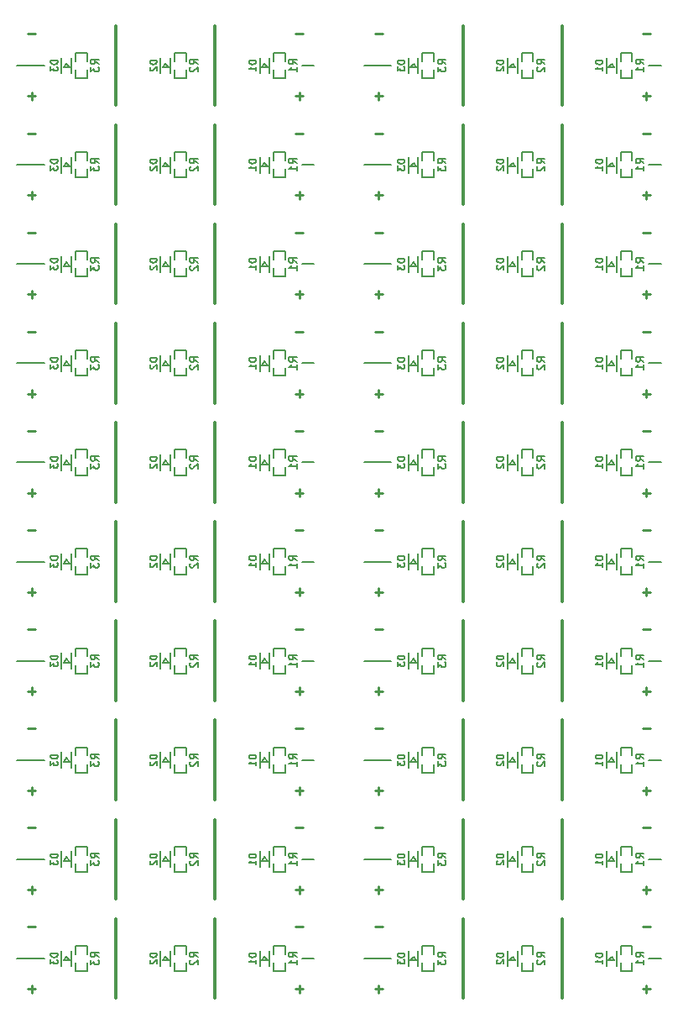
<source format=gbo>
%TF.GenerationSoftware,KiCad,Pcbnew,(5.1.9)-1*%
%TF.CreationDate,2021-03-16T21:43:32+09:00*%
%TF.ProjectId,RoomLightExtensionBoard,526f6f6d-4c69-4676-9874-457874656e73,rev?*%
%TF.SameCoordinates,PX5c81a40PY7b06240*%
%TF.FileFunction,Legend,Bot*%
%TF.FilePolarity,Positive*%
%FSLAX46Y46*%
G04 Gerber Fmt 4.6, Leading zero omitted, Abs format (unit mm)*
G04 Created by KiCad (PCBNEW (5.1.9)-1) date 2021-03-16 21:43:32*
%MOMM*%
%LPD*%
G01*
G04 APERTURE LIST*
%ADD10C,0.300000*%
%ADD11C,0.220000*%
%ADD12C,0.150000*%
%ADD13C,0.180000*%
%ADD14C,0.200000*%
%ADD15C,0.140000*%
%ADD16C,2.000000*%
%ADD17R,0.900000X0.650000*%
%ADD18R,2.500000X1.200000*%
%ADD19R,0.800000X1.000000*%
G04 APERTURE END LIST*
D10*
X61000000Y0D02*
X61000000Y8000000D01*
X26000000Y0D02*
X26000000Y8000000D01*
X61000000Y10000000D02*
X61000000Y18000000D01*
X26000000Y10000000D02*
X26000000Y18000000D01*
X61000000Y20000000D02*
X61000000Y28000000D01*
X26000000Y20000000D02*
X26000000Y28000000D01*
X61000000Y30000000D02*
X61000000Y38000000D01*
X26000000Y30000000D02*
X26000000Y38000000D01*
X61000000Y40000000D02*
X61000000Y48000000D01*
X26000000Y40000000D02*
X26000000Y48000000D01*
X61000000Y50000000D02*
X61000000Y58000000D01*
X26000000Y50000000D02*
X26000000Y58000000D01*
X61000000Y60000000D02*
X61000000Y68000000D01*
X26000000Y60000000D02*
X26000000Y68000000D01*
X61000000Y70000000D02*
X61000000Y78000000D01*
X26000000Y70000000D02*
X26000000Y78000000D01*
X61000000Y80000000D02*
X61000000Y88000000D01*
X26000000Y80000000D02*
X26000000Y88000000D01*
X61000000Y90000000D02*
X61000000Y98000000D01*
X51000000Y0D02*
X51000000Y8000000D01*
X16000000Y0D02*
X16000000Y8000000D01*
X51000000Y10000000D02*
X51000000Y18000000D01*
X16000000Y10000000D02*
X16000000Y18000000D01*
X51000000Y20000000D02*
X51000000Y28000000D01*
X16000000Y20000000D02*
X16000000Y28000000D01*
X51000000Y30000000D02*
X51000000Y38000000D01*
X16000000Y30000000D02*
X16000000Y38000000D01*
X51000000Y40000000D02*
X51000000Y48000000D01*
X16000000Y40000000D02*
X16000000Y48000000D01*
X51000000Y50000000D02*
X51000000Y58000000D01*
X16000000Y50000000D02*
X16000000Y58000000D01*
X51000000Y60000000D02*
X51000000Y68000000D01*
X16000000Y60000000D02*
X16000000Y68000000D01*
X51000000Y70000000D02*
X51000000Y78000000D01*
X16000000Y70000000D02*
X16000000Y78000000D01*
X51000000Y80000000D02*
X51000000Y88000000D01*
X16000000Y80000000D02*
X16000000Y88000000D01*
X51000000Y90000000D02*
X51000000Y98000000D01*
D11*
X69880952Y928572D02*
X69119047Y928572D01*
X69500000Y547620D02*
X69500000Y1309524D01*
X34880952Y928572D02*
X34119047Y928572D01*
X34500000Y547620D02*
X34500000Y1309524D01*
X69880952Y10928572D02*
X69119047Y10928572D01*
X69500000Y10547620D02*
X69500000Y11309524D01*
X34880952Y10928572D02*
X34119047Y10928572D01*
X34500000Y10547620D02*
X34500000Y11309524D01*
X69880952Y20928572D02*
X69119047Y20928572D01*
X69500000Y20547620D02*
X69500000Y21309524D01*
X34880952Y20928572D02*
X34119047Y20928572D01*
X34500000Y20547620D02*
X34500000Y21309524D01*
X69880952Y30928572D02*
X69119047Y30928572D01*
X69500000Y30547620D02*
X69500000Y31309524D01*
X34880952Y30928572D02*
X34119047Y30928572D01*
X34500000Y30547620D02*
X34500000Y31309524D01*
X69880952Y40928572D02*
X69119047Y40928572D01*
X69500000Y40547620D02*
X69500000Y41309524D01*
X34880952Y40928572D02*
X34119047Y40928572D01*
X34500000Y40547620D02*
X34500000Y41309524D01*
X69880952Y50928572D02*
X69119047Y50928572D01*
X69500000Y50547620D02*
X69500000Y51309524D01*
X34880952Y50928572D02*
X34119047Y50928572D01*
X34500000Y50547620D02*
X34500000Y51309524D01*
X69880952Y60928572D02*
X69119047Y60928572D01*
X69500000Y60547620D02*
X69500000Y61309524D01*
X34880952Y60928572D02*
X34119047Y60928572D01*
X34500000Y60547620D02*
X34500000Y61309524D01*
X69880952Y70928572D02*
X69119047Y70928572D01*
X69500000Y70547620D02*
X69500000Y71309524D01*
X34880952Y70928572D02*
X34119047Y70928572D01*
X34500000Y70547620D02*
X34500000Y71309524D01*
X69880952Y80928572D02*
X69119047Y80928572D01*
X69500000Y80547620D02*
X69500000Y81309524D01*
X34880952Y80928572D02*
X34119047Y80928572D01*
X34500000Y80547620D02*
X34500000Y81309524D01*
X69880952Y90928572D02*
X69119047Y90928572D01*
X69500000Y90547620D02*
X69500000Y91309524D01*
X42880952Y928572D02*
X42119047Y928572D01*
X42500000Y547620D02*
X42500000Y1309524D01*
X7880952Y928572D02*
X7119047Y928572D01*
X7500000Y547620D02*
X7500000Y1309524D01*
X42880952Y10928572D02*
X42119047Y10928572D01*
X42500000Y10547620D02*
X42500000Y11309524D01*
X7880952Y10928572D02*
X7119047Y10928572D01*
X7500000Y10547620D02*
X7500000Y11309524D01*
X42880952Y20928572D02*
X42119047Y20928572D01*
X42500000Y20547620D02*
X42500000Y21309524D01*
X7880952Y20928572D02*
X7119047Y20928572D01*
X7500000Y20547620D02*
X7500000Y21309524D01*
X42880952Y30928572D02*
X42119047Y30928572D01*
X42500000Y30547620D02*
X42500000Y31309524D01*
X7880952Y30928572D02*
X7119047Y30928572D01*
X7500000Y30547620D02*
X7500000Y31309524D01*
X42880952Y40928572D02*
X42119047Y40928572D01*
X42500000Y40547620D02*
X42500000Y41309524D01*
X7880952Y40928572D02*
X7119047Y40928572D01*
X7500000Y40547620D02*
X7500000Y41309524D01*
X42880952Y50928572D02*
X42119047Y50928572D01*
X42500000Y50547620D02*
X42500000Y51309524D01*
X7880952Y50928572D02*
X7119047Y50928572D01*
X7500000Y50547620D02*
X7500000Y51309524D01*
X42880952Y60928572D02*
X42119047Y60928572D01*
X42500000Y60547620D02*
X42500000Y61309524D01*
X7880952Y60928572D02*
X7119047Y60928572D01*
X7500000Y60547620D02*
X7500000Y61309524D01*
X42880952Y70928572D02*
X42119047Y70928572D01*
X42500000Y70547620D02*
X42500000Y71309524D01*
X7880952Y70928572D02*
X7119047Y70928572D01*
X7500000Y70547620D02*
X7500000Y71309524D01*
X42880952Y80928572D02*
X42119047Y80928572D01*
X42500000Y80547620D02*
X42500000Y81309524D01*
X7880952Y80928572D02*
X7119047Y80928572D01*
X7500000Y80547620D02*
X7500000Y81309524D01*
X42880952Y90928572D02*
X42119047Y90928572D01*
X42500000Y90547620D02*
X42500000Y91309524D01*
X42880952Y7178572D02*
X42119047Y7178572D01*
X7880952Y7178572D02*
X7119047Y7178572D01*
X42880952Y17178572D02*
X42119047Y17178572D01*
X7880952Y17178572D02*
X7119047Y17178572D01*
X42880952Y27178572D02*
X42119047Y27178572D01*
X7880952Y27178572D02*
X7119047Y27178572D01*
X42880952Y37178572D02*
X42119047Y37178572D01*
X7880952Y37178572D02*
X7119047Y37178572D01*
X42880952Y47178572D02*
X42119047Y47178572D01*
X7880952Y47178572D02*
X7119047Y47178572D01*
X42880952Y57178572D02*
X42119047Y57178572D01*
X7880952Y57178572D02*
X7119047Y57178572D01*
X42880952Y67178572D02*
X42119047Y67178572D01*
X7880952Y67178572D02*
X7119047Y67178572D01*
X42880952Y77178572D02*
X42119047Y77178572D01*
X7880952Y77178572D02*
X7119047Y77178572D01*
X42880952Y87178572D02*
X42119047Y87178572D01*
X7880952Y87178572D02*
X7119047Y87178572D01*
X42880952Y97178572D02*
X42119047Y97178572D01*
X69880952Y7178572D02*
X69119047Y7178572D01*
X34880952Y7178572D02*
X34119047Y7178572D01*
X69880952Y17178572D02*
X69119047Y17178572D01*
X34880952Y17178572D02*
X34119047Y17178572D01*
X69880952Y27178572D02*
X69119047Y27178572D01*
X34880952Y27178572D02*
X34119047Y27178572D01*
X69880952Y37178572D02*
X69119047Y37178572D01*
X34880952Y37178572D02*
X34119047Y37178572D01*
X69880952Y47178572D02*
X69119047Y47178572D01*
X34880952Y47178572D02*
X34119047Y47178572D01*
X69880952Y57178572D02*
X69119047Y57178572D01*
X34880952Y57178572D02*
X34119047Y57178572D01*
X69880952Y67178572D02*
X69119047Y67178572D01*
X34880952Y67178572D02*
X34119047Y67178572D01*
X69880952Y77178572D02*
X69119047Y77178572D01*
X34880952Y77178572D02*
X34119047Y77178572D01*
X69880952Y87178572D02*
X69119047Y87178572D01*
X34880952Y87178572D02*
X34119047Y87178572D01*
X69880952Y97178572D02*
X69119047Y97178572D01*
D12*
X71000000Y4000000D02*
X69750000Y4000000D01*
X36000000Y4000000D02*
X34750000Y4000000D01*
X71000000Y14000000D02*
X69750000Y14000000D01*
X36000000Y14000000D02*
X34750000Y14000000D01*
X71000000Y24000000D02*
X69750000Y24000000D01*
X36000000Y24000000D02*
X34750000Y24000000D01*
X71000000Y34000000D02*
X69750000Y34000000D01*
X36000000Y34000000D02*
X34750000Y34000000D01*
X71000000Y44000000D02*
X69750000Y44000000D01*
X36000000Y44000000D02*
X34750000Y44000000D01*
X71000000Y54000000D02*
X69750000Y54000000D01*
X36000000Y54000000D02*
X34750000Y54000000D01*
X71000000Y64000000D02*
X69750000Y64000000D01*
X36000000Y64000000D02*
X34750000Y64000000D01*
X71000000Y74000000D02*
X69750000Y74000000D01*
X36000000Y74000000D02*
X34750000Y74000000D01*
X71000000Y84000000D02*
X69750000Y84000000D01*
X36000000Y84000000D02*
X34750000Y84000000D01*
X71000000Y94000000D02*
X69750000Y94000000D01*
X41000000Y4000000D02*
X43750000Y4000000D01*
X6000000Y4000000D02*
X8750000Y4000000D01*
X41000000Y14000000D02*
X43750000Y14000000D01*
X6000000Y14000000D02*
X8750000Y14000000D01*
X41000000Y24000000D02*
X43750000Y24000000D01*
X6000000Y24000000D02*
X8750000Y24000000D01*
X41000000Y34000000D02*
X43750000Y34000000D01*
X6000000Y34000000D02*
X8750000Y34000000D01*
X41000000Y44000000D02*
X43750000Y44000000D01*
X6000000Y44000000D02*
X8750000Y44000000D01*
X41000000Y54000000D02*
X43750000Y54000000D01*
X6000000Y54000000D02*
X8750000Y54000000D01*
X41000000Y64000000D02*
X43750000Y64000000D01*
X6000000Y64000000D02*
X8750000Y64000000D01*
X41000000Y74000000D02*
X43750000Y74000000D01*
X6000000Y74000000D02*
X8750000Y74000000D01*
X41000000Y84000000D02*
X43750000Y84000000D01*
X6000000Y84000000D02*
X8750000Y84000000D01*
X41000000Y94000000D02*
X43750000Y94000000D01*
X6000000Y94000000D02*
X8750000Y94000000D01*
X36000000Y94000000D02*
X34750000Y94000000D01*
D11*
X34880952Y97178572D02*
X34119047Y97178572D01*
X7880952Y97178572D02*
X7119047Y97178572D01*
X7880952Y90928572D02*
X7119047Y90928572D01*
X7500000Y90547620D02*
X7500000Y91309524D01*
X34880952Y90928572D02*
X34119047Y90928572D01*
X34500000Y90547620D02*
X34500000Y91309524D01*
D10*
X16000000Y90000000D02*
X16000000Y98000000D01*
X26000000Y90000000D02*
X26000000Y98000000D01*
D13*
%TO.C,R1*%
X66920000Y5280000D02*
X66920000Y4450000D01*
X68080000Y5280000D02*
X66920000Y5280000D01*
X68080000Y4450000D02*
X68080000Y5280000D01*
X66920000Y2720000D02*
X66920000Y3550000D01*
X68080000Y2720000D02*
X66920000Y2720000D01*
X68080000Y3550000D02*
X68080000Y2720000D01*
X31920000Y5280000D02*
X31920000Y4450000D01*
X33080000Y5280000D02*
X31920000Y5280000D01*
X33080000Y4450000D02*
X33080000Y5280000D01*
X31920000Y2720000D02*
X31920000Y3550000D01*
X33080000Y2720000D02*
X31920000Y2720000D01*
X33080000Y3550000D02*
X33080000Y2720000D01*
X66920000Y15280000D02*
X66920000Y14450000D01*
X68080000Y15280000D02*
X66920000Y15280000D01*
X68080000Y14450000D02*
X68080000Y15280000D01*
X66920000Y12720000D02*
X66920000Y13550000D01*
X68080000Y12720000D02*
X66920000Y12720000D01*
X68080000Y13550000D02*
X68080000Y12720000D01*
X31920000Y15280000D02*
X31920000Y14450000D01*
X33080000Y15280000D02*
X31920000Y15280000D01*
X33080000Y14450000D02*
X33080000Y15280000D01*
X31920000Y12720000D02*
X31920000Y13550000D01*
X33080000Y12720000D02*
X31920000Y12720000D01*
X33080000Y13550000D02*
X33080000Y12720000D01*
X66920000Y25280000D02*
X66920000Y24450000D01*
X68080000Y25280000D02*
X66920000Y25280000D01*
X68080000Y24450000D02*
X68080000Y25280000D01*
X66920000Y22720000D02*
X66920000Y23550000D01*
X68080000Y22720000D02*
X66920000Y22720000D01*
X68080000Y23550000D02*
X68080000Y22720000D01*
X31920000Y25280000D02*
X31920000Y24450000D01*
X33080000Y25280000D02*
X31920000Y25280000D01*
X33080000Y24450000D02*
X33080000Y25280000D01*
X31920000Y22720000D02*
X31920000Y23550000D01*
X33080000Y22720000D02*
X31920000Y22720000D01*
X33080000Y23550000D02*
X33080000Y22720000D01*
X66920000Y35280000D02*
X66920000Y34450000D01*
X68080000Y35280000D02*
X66920000Y35280000D01*
X68080000Y34450000D02*
X68080000Y35280000D01*
X66920000Y32720000D02*
X66920000Y33550000D01*
X68080000Y32720000D02*
X66920000Y32720000D01*
X68080000Y33550000D02*
X68080000Y32720000D01*
X31920000Y35280000D02*
X31920000Y34450000D01*
X33080000Y35280000D02*
X31920000Y35280000D01*
X33080000Y34450000D02*
X33080000Y35280000D01*
X31920000Y32720000D02*
X31920000Y33550000D01*
X33080000Y32720000D02*
X31920000Y32720000D01*
X33080000Y33550000D02*
X33080000Y32720000D01*
X66920000Y45280000D02*
X66920000Y44450000D01*
X68080000Y45280000D02*
X66920000Y45280000D01*
X68080000Y44450000D02*
X68080000Y45280000D01*
X66920000Y42720000D02*
X66920000Y43550000D01*
X68080000Y42720000D02*
X66920000Y42720000D01*
X68080000Y43550000D02*
X68080000Y42720000D01*
X31920000Y45280000D02*
X31920000Y44450000D01*
X33080000Y45280000D02*
X31920000Y45280000D01*
X33080000Y44450000D02*
X33080000Y45280000D01*
X31920000Y42720000D02*
X31920000Y43550000D01*
X33080000Y42720000D02*
X31920000Y42720000D01*
X33080000Y43550000D02*
X33080000Y42720000D01*
X66920000Y55280000D02*
X66920000Y54450000D01*
X68080000Y55280000D02*
X66920000Y55280000D01*
X68080000Y54450000D02*
X68080000Y55280000D01*
X66920000Y52720000D02*
X66920000Y53550000D01*
X68080000Y52720000D02*
X66920000Y52720000D01*
X68080000Y53550000D02*
X68080000Y52720000D01*
X31920000Y55280000D02*
X31920000Y54450000D01*
X33080000Y55280000D02*
X31920000Y55280000D01*
X33080000Y54450000D02*
X33080000Y55280000D01*
X31920000Y52720000D02*
X31920000Y53550000D01*
X33080000Y52720000D02*
X31920000Y52720000D01*
X33080000Y53550000D02*
X33080000Y52720000D01*
X66920000Y65280000D02*
X66920000Y64450000D01*
X68080000Y65280000D02*
X66920000Y65280000D01*
X68080000Y64450000D02*
X68080000Y65280000D01*
X66920000Y62720000D02*
X66920000Y63550000D01*
X68080000Y62720000D02*
X66920000Y62720000D01*
X68080000Y63550000D02*
X68080000Y62720000D01*
X31920000Y65280000D02*
X31920000Y64450000D01*
X33080000Y65280000D02*
X31920000Y65280000D01*
X33080000Y64450000D02*
X33080000Y65280000D01*
X31920000Y62720000D02*
X31920000Y63550000D01*
X33080000Y62720000D02*
X31920000Y62720000D01*
X33080000Y63550000D02*
X33080000Y62720000D01*
X66920000Y75280000D02*
X66920000Y74450000D01*
X68080000Y75280000D02*
X66920000Y75280000D01*
X68080000Y74450000D02*
X68080000Y75280000D01*
X66920000Y72720000D02*
X66920000Y73550000D01*
X68080000Y72720000D02*
X66920000Y72720000D01*
X68080000Y73550000D02*
X68080000Y72720000D01*
X31920000Y75280000D02*
X31920000Y74450000D01*
X33080000Y75280000D02*
X31920000Y75280000D01*
X33080000Y74450000D02*
X33080000Y75280000D01*
X31920000Y72720000D02*
X31920000Y73550000D01*
X33080000Y72720000D02*
X31920000Y72720000D01*
X33080000Y73550000D02*
X33080000Y72720000D01*
X66920000Y85280000D02*
X66920000Y84450000D01*
X68080000Y85280000D02*
X66920000Y85280000D01*
X68080000Y84450000D02*
X68080000Y85280000D01*
X66920000Y82720000D02*
X66920000Y83550000D01*
X68080000Y82720000D02*
X66920000Y82720000D01*
X68080000Y83550000D02*
X68080000Y82720000D01*
X31920000Y85280000D02*
X31920000Y84450000D01*
X33080000Y85280000D02*
X31920000Y85280000D01*
X33080000Y84450000D02*
X33080000Y85280000D01*
X31920000Y82720000D02*
X31920000Y83550000D01*
X33080000Y82720000D02*
X31920000Y82720000D01*
X33080000Y83550000D02*
X33080000Y82720000D01*
X66920000Y95280000D02*
X66920000Y94450000D01*
X68080000Y95280000D02*
X66920000Y95280000D01*
X68080000Y94450000D02*
X68080000Y95280000D01*
X66920000Y92720000D02*
X66920000Y93550000D01*
X68080000Y92720000D02*
X66920000Y92720000D01*
X68080000Y93550000D02*
X68080000Y92720000D01*
%TO.C,R2*%
X58080000Y3550000D02*
X58080000Y2720000D01*
X58080000Y2720000D02*
X56920000Y2720000D01*
X56920000Y2720000D02*
X56920000Y3550000D01*
X58080000Y4450000D02*
X58080000Y5280000D01*
X58080000Y5280000D02*
X56920000Y5280000D01*
X56920000Y5280000D02*
X56920000Y4450000D01*
X23080000Y3550000D02*
X23080000Y2720000D01*
X23080000Y2720000D02*
X21920000Y2720000D01*
X21920000Y2720000D02*
X21920000Y3550000D01*
X23080000Y4450000D02*
X23080000Y5280000D01*
X23080000Y5280000D02*
X21920000Y5280000D01*
X21920000Y5280000D02*
X21920000Y4450000D01*
X58080000Y13550000D02*
X58080000Y12720000D01*
X58080000Y12720000D02*
X56920000Y12720000D01*
X56920000Y12720000D02*
X56920000Y13550000D01*
X58080000Y14450000D02*
X58080000Y15280000D01*
X58080000Y15280000D02*
X56920000Y15280000D01*
X56920000Y15280000D02*
X56920000Y14450000D01*
X23080000Y13550000D02*
X23080000Y12720000D01*
X23080000Y12720000D02*
X21920000Y12720000D01*
X21920000Y12720000D02*
X21920000Y13550000D01*
X23080000Y14450000D02*
X23080000Y15280000D01*
X23080000Y15280000D02*
X21920000Y15280000D01*
X21920000Y15280000D02*
X21920000Y14450000D01*
X58080000Y23550000D02*
X58080000Y22720000D01*
X58080000Y22720000D02*
X56920000Y22720000D01*
X56920000Y22720000D02*
X56920000Y23550000D01*
X58080000Y24450000D02*
X58080000Y25280000D01*
X58080000Y25280000D02*
X56920000Y25280000D01*
X56920000Y25280000D02*
X56920000Y24450000D01*
X23080000Y23550000D02*
X23080000Y22720000D01*
X23080000Y22720000D02*
X21920000Y22720000D01*
X21920000Y22720000D02*
X21920000Y23550000D01*
X23080000Y24450000D02*
X23080000Y25280000D01*
X23080000Y25280000D02*
X21920000Y25280000D01*
X21920000Y25280000D02*
X21920000Y24450000D01*
X58080000Y33550000D02*
X58080000Y32720000D01*
X58080000Y32720000D02*
X56920000Y32720000D01*
X56920000Y32720000D02*
X56920000Y33550000D01*
X58080000Y34450000D02*
X58080000Y35280000D01*
X58080000Y35280000D02*
X56920000Y35280000D01*
X56920000Y35280000D02*
X56920000Y34450000D01*
X23080000Y33550000D02*
X23080000Y32720000D01*
X23080000Y32720000D02*
X21920000Y32720000D01*
X21920000Y32720000D02*
X21920000Y33550000D01*
X23080000Y34450000D02*
X23080000Y35280000D01*
X23080000Y35280000D02*
X21920000Y35280000D01*
X21920000Y35280000D02*
X21920000Y34450000D01*
X58080000Y43550000D02*
X58080000Y42720000D01*
X58080000Y42720000D02*
X56920000Y42720000D01*
X56920000Y42720000D02*
X56920000Y43550000D01*
X58080000Y44450000D02*
X58080000Y45280000D01*
X58080000Y45280000D02*
X56920000Y45280000D01*
X56920000Y45280000D02*
X56920000Y44450000D01*
X23080000Y43550000D02*
X23080000Y42720000D01*
X23080000Y42720000D02*
X21920000Y42720000D01*
X21920000Y42720000D02*
X21920000Y43550000D01*
X23080000Y44450000D02*
X23080000Y45280000D01*
X23080000Y45280000D02*
X21920000Y45280000D01*
X21920000Y45280000D02*
X21920000Y44450000D01*
X58080000Y53550000D02*
X58080000Y52720000D01*
X58080000Y52720000D02*
X56920000Y52720000D01*
X56920000Y52720000D02*
X56920000Y53550000D01*
X58080000Y54450000D02*
X58080000Y55280000D01*
X58080000Y55280000D02*
X56920000Y55280000D01*
X56920000Y55280000D02*
X56920000Y54450000D01*
X23080000Y53550000D02*
X23080000Y52720000D01*
X23080000Y52720000D02*
X21920000Y52720000D01*
X21920000Y52720000D02*
X21920000Y53550000D01*
X23080000Y54450000D02*
X23080000Y55280000D01*
X23080000Y55280000D02*
X21920000Y55280000D01*
X21920000Y55280000D02*
X21920000Y54450000D01*
X58080000Y63550000D02*
X58080000Y62720000D01*
X58080000Y62720000D02*
X56920000Y62720000D01*
X56920000Y62720000D02*
X56920000Y63550000D01*
X58080000Y64450000D02*
X58080000Y65280000D01*
X58080000Y65280000D02*
X56920000Y65280000D01*
X56920000Y65280000D02*
X56920000Y64450000D01*
X23080000Y63550000D02*
X23080000Y62720000D01*
X23080000Y62720000D02*
X21920000Y62720000D01*
X21920000Y62720000D02*
X21920000Y63550000D01*
X23080000Y64450000D02*
X23080000Y65280000D01*
X23080000Y65280000D02*
X21920000Y65280000D01*
X21920000Y65280000D02*
X21920000Y64450000D01*
X58080000Y73550000D02*
X58080000Y72720000D01*
X58080000Y72720000D02*
X56920000Y72720000D01*
X56920000Y72720000D02*
X56920000Y73550000D01*
X58080000Y74450000D02*
X58080000Y75280000D01*
X58080000Y75280000D02*
X56920000Y75280000D01*
X56920000Y75280000D02*
X56920000Y74450000D01*
X23080000Y73550000D02*
X23080000Y72720000D01*
X23080000Y72720000D02*
X21920000Y72720000D01*
X21920000Y72720000D02*
X21920000Y73550000D01*
X23080000Y74450000D02*
X23080000Y75280000D01*
X23080000Y75280000D02*
X21920000Y75280000D01*
X21920000Y75280000D02*
X21920000Y74450000D01*
X58080000Y83550000D02*
X58080000Y82720000D01*
X58080000Y82720000D02*
X56920000Y82720000D01*
X56920000Y82720000D02*
X56920000Y83550000D01*
X58080000Y84450000D02*
X58080000Y85280000D01*
X58080000Y85280000D02*
X56920000Y85280000D01*
X56920000Y85280000D02*
X56920000Y84450000D01*
X23080000Y83550000D02*
X23080000Y82720000D01*
X23080000Y82720000D02*
X21920000Y82720000D01*
X21920000Y82720000D02*
X21920000Y83550000D01*
X23080000Y84450000D02*
X23080000Y85280000D01*
X23080000Y85280000D02*
X21920000Y85280000D01*
X21920000Y85280000D02*
X21920000Y84450000D01*
X58080000Y93550000D02*
X58080000Y92720000D01*
X58080000Y92720000D02*
X56920000Y92720000D01*
X56920000Y92720000D02*
X56920000Y93550000D01*
X58080000Y94450000D02*
X58080000Y95280000D01*
X58080000Y95280000D02*
X56920000Y95280000D01*
X56920000Y95280000D02*
X56920000Y94450000D01*
D14*
%TO.C,D3*%
X46500000Y4800000D02*
X46500000Y3200000D01*
X45500000Y4800000D02*
X45500000Y3200000D01*
D12*
X46000000Y4200000D02*
X45700000Y3800000D01*
X46300000Y3800000D02*
X46000000Y4200000D01*
X45700000Y3800000D02*
X46300000Y3800000D01*
D14*
X11500000Y4800000D02*
X11500000Y3200000D01*
X10500000Y4800000D02*
X10500000Y3200000D01*
D12*
X11000000Y4200000D02*
X10700000Y3800000D01*
X11300000Y3800000D02*
X11000000Y4200000D01*
X10700000Y3800000D02*
X11300000Y3800000D01*
D14*
X46500000Y14800000D02*
X46500000Y13200000D01*
X45500000Y14800000D02*
X45500000Y13200000D01*
D12*
X46000000Y14200000D02*
X45700000Y13800000D01*
X46300000Y13800000D02*
X46000000Y14200000D01*
X45700000Y13800000D02*
X46300000Y13800000D01*
D14*
X11500000Y14800000D02*
X11500000Y13200000D01*
X10500000Y14800000D02*
X10500000Y13200000D01*
D12*
X11000000Y14200000D02*
X10700000Y13800000D01*
X11300000Y13800000D02*
X11000000Y14200000D01*
X10700000Y13800000D02*
X11300000Y13800000D01*
D14*
X46500000Y24800000D02*
X46500000Y23200000D01*
X45500000Y24800000D02*
X45500000Y23200000D01*
D12*
X46000000Y24200000D02*
X45700000Y23800000D01*
X46300000Y23800000D02*
X46000000Y24200000D01*
X45700000Y23800000D02*
X46300000Y23800000D01*
D14*
X11500000Y24800000D02*
X11500000Y23200000D01*
X10500000Y24800000D02*
X10500000Y23200000D01*
D12*
X11000000Y24200000D02*
X10700000Y23800000D01*
X11300000Y23800000D02*
X11000000Y24200000D01*
X10700000Y23800000D02*
X11300000Y23800000D01*
D14*
X46500000Y34800000D02*
X46500000Y33200000D01*
X45500000Y34800000D02*
X45500000Y33200000D01*
D12*
X46000000Y34200000D02*
X45700000Y33800000D01*
X46300000Y33800000D02*
X46000000Y34200000D01*
X45700000Y33800000D02*
X46300000Y33800000D01*
D14*
X11500000Y34800000D02*
X11500000Y33200000D01*
X10500000Y34800000D02*
X10500000Y33200000D01*
D12*
X11000000Y34200000D02*
X10700000Y33800000D01*
X11300000Y33800000D02*
X11000000Y34200000D01*
X10700000Y33800000D02*
X11300000Y33800000D01*
D14*
X46500000Y44800000D02*
X46500000Y43200000D01*
X45500000Y44800000D02*
X45500000Y43200000D01*
D12*
X46000000Y44200000D02*
X45700000Y43800000D01*
X46300000Y43800000D02*
X46000000Y44200000D01*
X45700000Y43800000D02*
X46300000Y43800000D01*
D14*
X11500000Y44800000D02*
X11500000Y43200000D01*
X10500000Y44800000D02*
X10500000Y43200000D01*
D12*
X11000000Y44200000D02*
X10700000Y43800000D01*
X11300000Y43800000D02*
X11000000Y44200000D01*
X10700000Y43800000D02*
X11300000Y43800000D01*
D14*
X46500000Y54800000D02*
X46500000Y53200000D01*
X45500000Y54800000D02*
X45500000Y53200000D01*
D12*
X46000000Y54200000D02*
X45700000Y53800000D01*
X46300000Y53800000D02*
X46000000Y54200000D01*
X45700000Y53800000D02*
X46300000Y53800000D01*
D14*
X11500000Y54800000D02*
X11500000Y53200000D01*
X10500000Y54800000D02*
X10500000Y53200000D01*
D12*
X11000000Y54200000D02*
X10700000Y53800000D01*
X11300000Y53800000D02*
X11000000Y54200000D01*
X10700000Y53800000D02*
X11300000Y53800000D01*
D14*
X46500000Y64800000D02*
X46500000Y63200000D01*
X45500000Y64800000D02*
X45500000Y63200000D01*
D12*
X46000000Y64200000D02*
X45700000Y63800000D01*
X46300000Y63800000D02*
X46000000Y64200000D01*
X45700000Y63800000D02*
X46300000Y63800000D01*
D14*
X11500000Y64800000D02*
X11500000Y63200000D01*
X10500000Y64800000D02*
X10500000Y63200000D01*
D12*
X11000000Y64200000D02*
X10700000Y63800000D01*
X11300000Y63800000D02*
X11000000Y64200000D01*
X10700000Y63800000D02*
X11300000Y63800000D01*
D14*
X46500000Y74800000D02*
X46500000Y73200000D01*
X45500000Y74800000D02*
X45500000Y73200000D01*
D12*
X46000000Y74200000D02*
X45700000Y73800000D01*
X46300000Y73800000D02*
X46000000Y74200000D01*
X45700000Y73800000D02*
X46300000Y73800000D01*
D14*
X11500000Y74800000D02*
X11500000Y73200000D01*
X10500000Y74800000D02*
X10500000Y73200000D01*
D12*
X11000000Y74200000D02*
X10700000Y73800000D01*
X11300000Y73800000D02*
X11000000Y74200000D01*
X10700000Y73800000D02*
X11300000Y73800000D01*
D14*
X46500000Y84800000D02*
X46500000Y83200000D01*
X45500000Y84800000D02*
X45500000Y83200000D01*
D12*
X46000000Y84200000D02*
X45700000Y83800000D01*
X46300000Y83800000D02*
X46000000Y84200000D01*
X45700000Y83800000D02*
X46300000Y83800000D01*
D14*
X11500000Y84800000D02*
X11500000Y83200000D01*
X10500000Y84800000D02*
X10500000Y83200000D01*
D12*
X11000000Y84200000D02*
X10700000Y83800000D01*
X11300000Y83800000D02*
X11000000Y84200000D01*
X10700000Y83800000D02*
X11300000Y83800000D01*
D14*
X46500000Y94800000D02*
X46500000Y93200000D01*
X45500000Y94800000D02*
X45500000Y93200000D01*
D12*
X46000000Y94200000D02*
X45700000Y93800000D01*
X46300000Y93800000D02*
X46000000Y94200000D01*
X45700000Y93800000D02*
X46300000Y93800000D01*
D14*
%TO.C,D1*%
X66500000Y4800000D02*
X66500000Y3200000D01*
X65500000Y4800000D02*
X65500000Y3200000D01*
D12*
X66000000Y4200000D02*
X65700000Y3800000D01*
X66300000Y3800000D02*
X66000000Y4200000D01*
X65700000Y3800000D02*
X66300000Y3800000D01*
D14*
X31500000Y4800000D02*
X31500000Y3200000D01*
X30500000Y4800000D02*
X30500000Y3200000D01*
D12*
X31000000Y4200000D02*
X30700000Y3800000D01*
X31300000Y3800000D02*
X31000000Y4200000D01*
X30700000Y3800000D02*
X31300000Y3800000D01*
D14*
X66500000Y14800000D02*
X66500000Y13200000D01*
X65500000Y14800000D02*
X65500000Y13200000D01*
D12*
X66000000Y14200000D02*
X65700000Y13800000D01*
X66300000Y13800000D02*
X66000000Y14200000D01*
X65700000Y13800000D02*
X66300000Y13800000D01*
D14*
X31500000Y14800000D02*
X31500000Y13200000D01*
X30500000Y14800000D02*
X30500000Y13200000D01*
D12*
X31000000Y14200000D02*
X30700000Y13800000D01*
X31300000Y13800000D02*
X31000000Y14200000D01*
X30700000Y13800000D02*
X31300000Y13800000D01*
D14*
X66500000Y24800000D02*
X66500000Y23200000D01*
X65500000Y24800000D02*
X65500000Y23200000D01*
D12*
X66000000Y24200000D02*
X65700000Y23800000D01*
X66300000Y23800000D02*
X66000000Y24200000D01*
X65700000Y23800000D02*
X66300000Y23800000D01*
D14*
X31500000Y24800000D02*
X31500000Y23200000D01*
X30500000Y24800000D02*
X30500000Y23200000D01*
D12*
X31000000Y24200000D02*
X30700000Y23800000D01*
X31300000Y23800000D02*
X31000000Y24200000D01*
X30700000Y23800000D02*
X31300000Y23800000D01*
D14*
X66500000Y34800000D02*
X66500000Y33200000D01*
X65500000Y34800000D02*
X65500000Y33200000D01*
D12*
X66000000Y34200000D02*
X65700000Y33800000D01*
X66300000Y33800000D02*
X66000000Y34200000D01*
X65700000Y33800000D02*
X66300000Y33800000D01*
D14*
X31500000Y34800000D02*
X31500000Y33200000D01*
X30500000Y34800000D02*
X30500000Y33200000D01*
D12*
X31000000Y34200000D02*
X30700000Y33800000D01*
X31300000Y33800000D02*
X31000000Y34200000D01*
X30700000Y33800000D02*
X31300000Y33800000D01*
D14*
X66500000Y44800000D02*
X66500000Y43200000D01*
X65500000Y44800000D02*
X65500000Y43200000D01*
D12*
X66000000Y44200000D02*
X65700000Y43800000D01*
X66300000Y43800000D02*
X66000000Y44200000D01*
X65700000Y43800000D02*
X66300000Y43800000D01*
D14*
X31500000Y44800000D02*
X31500000Y43200000D01*
X30500000Y44800000D02*
X30500000Y43200000D01*
D12*
X31000000Y44200000D02*
X30700000Y43800000D01*
X31300000Y43800000D02*
X31000000Y44200000D01*
X30700000Y43800000D02*
X31300000Y43800000D01*
D14*
X66500000Y54800000D02*
X66500000Y53200000D01*
X65500000Y54800000D02*
X65500000Y53200000D01*
D12*
X66000000Y54200000D02*
X65700000Y53800000D01*
X66300000Y53800000D02*
X66000000Y54200000D01*
X65700000Y53800000D02*
X66300000Y53800000D01*
D14*
X31500000Y54800000D02*
X31500000Y53200000D01*
X30500000Y54800000D02*
X30500000Y53200000D01*
D12*
X31000000Y54200000D02*
X30700000Y53800000D01*
X31300000Y53800000D02*
X31000000Y54200000D01*
X30700000Y53800000D02*
X31300000Y53800000D01*
D14*
X66500000Y64800000D02*
X66500000Y63200000D01*
X65500000Y64800000D02*
X65500000Y63200000D01*
D12*
X66000000Y64200000D02*
X65700000Y63800000D01*
X66300000Y63800000D02*
X66000000Y64200000D01*
X65700000Y63800000D02*
X66300000Y63800000D01*
D14*
X31500000Y64800000D02*
X31500000Y63200000D01*
X30500000Y64800000D02*
X30500000Y63200000D01*
D12*
X31000000Y64200000D02*
X30700000Y63800000D01*
X31300000Y63800000D02*
X31000000Y64200000D01*
X30700000Y63800000D02*
X31300000Y63800000D01*
D14*
X66500000Y74800000D02*
X66500000Y73200000D01*
X65500000Y74800000D02*
X65500000Y73200000D01*
D12*
X66000000Y74200000D02*
X65700000Y73800000D01*
X66300000Y73800000D02*
X66000000Y74200000D01*
X65700000Y73800000D02*
X66300000Y73800000D01*
D14*
X31500000Y74800000D02*
X31500000Y73200000D01*
X30500000Y74800000D02*
X30500000Y73200000D01*
D12*
X31000000Y74200000D02*
X30700000Y73800000D01*
X31300000Y73800000D02*
X31000000Y74200000D01*
X30700000Y73800000D02*
X31300000Y73800000D01*
D14*
X66500000Y84800000D02*
X66500000Y83200000D01*
X65500000Y84800000D02*
X65500000Y83200000D01*
D12*
X66000000Y84200000D02*
X65700000Y83800000D01*
X66300000Y83800000D02*
X66000000Y84200000D01*
X65700000Y83800000D02*
X66300000Y83800000D01*
D14*
X31500000Y84800000D02*
X31500000Y83200000D01*
X30500000Y84800000D02*
X30500000Y83200000D01*
D12*
X31000000Y84200000D02*
X30700000Y83800000D01*
X31300000Y83800000D02*
X31000000Y84200000D01*
X30700000Y83800000D02*
X31300000Y83800000D01*
D14*
X66500000Y94800000D02*
X66500000Y93200000D01*
X65500000Y94800000D02*
X65500000Y93200000D01*
D12*
X66000000Y94200000D02*
X65700000Y93800000D01*
X66300000Y93800000D02*
X66000000Y94200000D01*
X65700000Y93800000D02*
X66300000Y93800000D01*
%TO.C,D2*%
X55700000Y3800000D02*
X56300000Y3800000D01*
X56300000Y3800000D02*
X56000000Y4200000D01*
X56000000Y4200000D02*
X55700000Y3800000D01*
D14*
X55500000Y4800000D02*
X55500000Y3200000D01*
X56500000Y4800000D02*
X56500000Y3200000D01*
D12*
X20700000Y3800000D02*
X21300000Y3800000D01*
X21300000Y3800000D02*
X21000000Y4200000D01*
X21000000Y4200000D02*
X20700000Y3800000D01*
D14*
X20500000Y4800000D02*
X20500000Y3200000D01*
X21500000Y4800000D02*
X21500000Y3200000D01*
D12*
X55700000Y13800000D02*
X56300000Y13800000D01*
X56300000Y13800000D02*
X56000000Y14200000D01*
X56000000Y14200000D02*
X55700000Y13800000D01*
D14*
X55500000Y14800000D02*
X55500000Y13200000D01*
X56500000Y14800000D02*
X56500000Y13200000D01*
D12*
X20700000Y13800000D02*
X21300000Y13800000D01*
X21300000Y13800000D02*
X21000000Y14200000D01*
X21000000Y14200000D02*
X20700000Y13800000D01*
D14*
X20500000Y14800000D02*
X20500000Y13200000D01*
X21500000Y14800000D02*
X21500000Y13200000D01*
D12*
X55700000Y23800000D02*
X56300000Y23800000D01*
X56300000Y23800000D02*
X56000000Y24200000D01*
X56000000Y24200000D02*
X55700000Y23800000D01*
D14*
X55500000Y24800000D02*
X55500000Y23200000D01*
X56500000Y24800000D02*
X56500000Y23200000D01*
D12*
X20700000Y23800000D02*
X21300000Y23800000D01*
X21300000Y23800000D02*
X21000000Y24200000D01*
X21000000Y24200000D02*
X20700000Y23800000D01*
D14*
X20500000Y24800000D02*
X20500000Y23200000D01*
X21500000Y24800000D02*
X21500000Y23200000D01*
D12*
X55700000Y33800000D02*
X56300000Y33800000D01*
X56300000Y33800000D02*
X56000000Y34200000D01*
X56000000Y34200000D02*
X55700000Y33800000D01*
D14*
X55500000Y34800000D02*
X55500000Y33200000D01*
X56500000Y34800000D02*
X56500000Y33200000D01*
D12*
X20700000Y33800000D02*
X21300000Y33800000D01*
X21300000Y33800000D02*
X21000000Y34200000D01*
X21000000Y34200000D02*
X20700000Y33800000D01*
D14*
X20500000Y34800000D02*
X20500000Y33200000D01*
X21500000Y34800000D02*
X21500000Y33200000D01*
D12*
X55700000Y43800000D02*
X56300000Y43800000D01*
X56300000Y43800000D02*
X56000000Y44200000D01*
X56000000Y44200000D02*
X55700000Y43800000D01*
D14*
X55500000Y44800000D02*
X55500000Y43200000D01*
X56500000Y44800000D02*
X56500000Y43200000D01*
D12*
X20700000Y43800000D02*
X21300000Y43800000D01*
X21300000Y43800000D02*
X21000000Y44200000D01*
X21000000Y44200000D02*
X20700000Y43800000D01*
D14*
X20500000Y44800000D02*
X20500000Y43200000D01*
X21500000Y44800000D02*
X21500000Y43200000D01*
D12*
X55700000Y53800000D02*
X56300000Y53800000D01*
X56300000Y53800000D02*
X56000000Y54200000D01*
X56000000Y54200000D02*
X55700000Y53800000D01*
D14*
X55500000Y54800000D02*
X55500000Y53200000D01*
X56500000Y54800000D02*
X56500000Y53200000D01*
D12*
X20700000Y53800000D02*
X21300000Y53800000D01*
X21300000Y53800000D02*
X21000000Y54200000D01*
X21000000Y54200000D02*
X20700000Y53800000D01*
D14*
X20500000Y54800000D02*
X20500000Y53200000D01*
X21500000Y54800000D02*
X21500000Y53200000D01*
D12*
X55700000Y63800000D02*
X56300000Y63800000D01*
X56300000Y63800000D02*
X56000000Y64200000D01*
X56000000Y64200000D02*
X55700000Y63800000D01*
D14*
X55500000Y64800000D02*
X55500000Y63200000D01*
X56500000Y64800000D02*
X56500000Y63200000D01*
D12*
X20700000Y63800000D02*
X21300000Y63800000D01*
X21300000Y63800000D02*
X21000000Y64200000D01*
X21000000Y64200000D02*
X20700000Y63800000D01*
D14*
X20500000Y64800000D02*
X20500000Y63200000D01*
X21500000Y64800000D02*
X21500000Y63200000D01*
D12*
X55700000Y73800000D02*
X56300000Y73800000D01*
X56300000Y73800000D02*
X56000000Y74200000D01*
X56000000Y74200000D02*
X55700000Y73800000D01*
D14*
X55500000Y74800000D02*
X55500000Y73200000D01*
X56500000Y74800000D02*
X56500000Y73200000D01*
D12*
X20700000Y73800000D02*
X21300000Y73800000D01*
X21300000Y73800000D02*
X21000000Y74200000D01*
X21000000Y74200000D02*
X20700000Y73800000D01*
D14*
X20500000Y74800000D02*
X20500000Y73200000D01*
X21500000Y74800000D02*
X21500000Y73200000D01*
D12*
X55700000Y83800000D02*
X56300000Y83800000D01*
X56300000Y83800000D02*
X56000000Y84200000D01*
X56000000Y84200000D02*
X55700000Y83800000D01*
D14*
X55500000Y84800000D02*
X55500000Y83200000D01*
X56500000Y84800000D02*
X56500000Y83200000D01*
D12*
X20700000Y83800000D02*
X21300000Y83800000D01*
X21300000Y83800000D02*
X21000000Y84200000D01*
X21000000Y84200000D02*
X20700000Y83800000D01*
D14*
X20500000Y84800000D02*
X20500000Y83200000D01*
X21500000Y84800000D02*
X21500000Y83200000D01*
D12*
X55700000Y93800000D02*
X56300000Y93800000D01*
X56300000Y93800000D02*
X56000000Y94200000D01*
X56000000Y94200000D02*
X55700000Y93800000D01*
D14*
X55500000Y94800000D02*
X55500000Y93200000D01*
X56500000Y94800000D02*
X56500000Y93200000D01*
D13*
%TO.C,R3*%
X46920000Y5280000D02*
X46920000Y4450000D01*
X48080000Y5280000D02*
X46920000Y5280000D01*
X48080000Y4450000D02*
X48080000Y5280000D01*
X46920000Y2720000D02*
X46920000Y3550000D01*
X48080000Y2720000D02*
X46920000Y2720000D01*
X48080000Y3550000D02*
X48080000Y2720000D01*
X11920000Y5280000D02*
X11920000Y4450000D01*
X13080000Y5280000D02*
X11920000Y5280000D01*
X13080000Y4450000D02*
X13080000Y5280000D01*
X11920000Y2720000D02*
X11920000Y3550000D01*
X13080000Y2720000D02*
X11920000Y2720000D01*
X13080000Y3550000D02*
X13080000Y2720000D01*
X46920000Y15280000D02*
X46920000Y14450000D01*
X48080000Y15280000D02*
X46920000Y15280000D01*
X48080000Y14450000D02*
X48080000Y15280000D01*
X46920000Y12720000D02*
X46920000Y13550000D01*
X48080000Y12720000D02*
X46920000Y12720000D01*
X48080000Y13550000D02*
X48080000Y12720000D01*
X11920000Y15280000D02*
X11920000Y14450000D01*
X13080000Y15280000D02*
X11920000Y15280000D01*
X13080000Y14450000D02*
X13080000Y15280000D01*
X11920000Y12720000D02*
X11920000Y13550000D01*
X13080000Y12720000D02*
X11920000Y12720000D01*
X13080000Y13550000D02*
X13080000Y12720000D01*
X46920000Y25280000D02*
X46920000Y24450000D01*
X48080000Y25280000D02*
X46920000Y25280000D01*
X48080000Y24450000D02*
X48080000Y25280000D01*
X46920000Y22720000D02*
X46920000Y23550000D01*
X48080000Y22720000D02*
X46920000Y22720000D01*
X48080000Y23550000D02*
X48080000Y22720000D01*
X11920000Y25280000D02*
X11920000Y24450000D01*
X13080000Y25280000D02*
X11920000Y25280000D01*
X13080000Y24450000D02*
X13080000Y25280000D01*
X11920000Y22720000D02*
X11920000Y23550000D01*
X13080000Y22720000D02*
X11920000Y22720000D01*
X13080000Y23550000D02*
X13080000Y22720000D01*
X46920000Y35280000D02*
X46920000Y34450000D01*
X48080000Y35280000D02*
X46920000Y35280000D01*
X48080000Y34450000D02*
X48080000Y35280000D01*
X46920000Y32720000D02*
X46920000Y33550000D01*
X48080000Y32720000D02*
X46920000Y32720000D01*
X48080000Y33550000D02*
X48080000Y32720000D01*
X11920000Y35280000D02*
X11920000Y34450000D01*
X13080000Y35280000D02*
X11920000Y35280000D01*
X13080000Y34450000D02*
X13080000Y35280000D01*
X11920000Y32720000D02*
X11920000Y33550000D01*
X13080000Y32720000D02*
X11920000Y32720000D01*
X13080000Y33550000D02*
X13080000Y32720000D01*
X46920000Y45280000D02*
X46920000Y44450000D01*
X48080000Y45280000D02*
X46920000Y45280000D01*
X48080000Y44450000D02*
X48080000Y45280000D01*
X46920000Y42720000D02*
X46920000Y43550000D01*
X48080000Y42720000D02*
X46920000Y42720000D01*
X48080000Y43550000D02*
X48080000Y42720000D01*
X11920000Y45280000D02*
X11920000Y44450000D01*
X13080000Y45280000D02*
X11920000Y45280000D01*
X13080000Y44450000D02*
X13080000Y45280000D01*
X11920000Y42720000D02*
X11920000Y43550000D01*
X13080000Y42720000D02*
X11920000Y42720000D01*
X13080000Y43550000D02*
X13080000Y42720000D01*
X46920000Y55280000D02*
X46920000Y54450000D01*
X48080000Y55280000D02*
X46920000Y55280000D01*
X48080000Y54450000D02*
X48080000Y55280000D01*
X46920000Y52720000D02*
X46920000Y53550000D01*
X48080000Y52720000D02*
X46920000Y52720000D01*
X48080000Y53550000D02*
X48080000Y52720000D01*
X11920000Y55280000D02*
X11920000Y54450000D01*
X13080000Y55280000D02*
X11920000Y55280000D01*
X13080000Y54450000D02*
X13080000Y55280000D01*
X11920000Y52720000D02*
X11920000Y53550000D01*
X13080000Y52720000D02*
X11920000Y52720000D01*
X13080000Y53550000D02*
X13080000Y52720000D01*
X46920000Y65280000D02*
X46920000Y64450000D01*
X48080000Y65280000D02*
X46920000Y65280000D01*
X48080000Y64450000D02*
X48080000Y65280000D01*
X46920000Y62720000D02*
X46920000Y63550000D01*
X48080000Y62720000D02*
X46920000Y62720000D01*
X48080000Y63550000D02*
X48080000Y62720000D01*
X11920000Y65280000D02*
X11920000Y64450000D01*
X13080000Y65280000D02*
X11920000Y65280000D01*
X13080000Y64450000D02*
X13080000Y65280000D01*
X11920000Y62720000D02*
X11920000Y63550000D01*
X13080000Y62720000D02*
X11920000Y62720000D01*
X13080000Y63550000D02*
X13080000Y62720000D01*
X46920000Y75280000D02*
X46920000Y74450000D01*
X48080000Y75280000D02*
X46920000Y75280000D01*
X48080000Y74450000D02*
X48080000Y75280000D01*
X46920000Y72720000D02*
X46920000Y73550000D01*
X48080000Y72720000D02*
X46920000Y72720000D01*
X48080000Y73550000D02*
X48080000Y72720000D01*
X11920000Y75280000D02*
X11920000Y74450000D01*
X13080000Y75280000D02*
X11920000Y75280000D01*
X13080000Y74450000D02*
X13080000Y75280000D01*
X11920000Y72720000D02*
X11920000Y73550000D01*
X13080000Y72720000D02*
X11920000Y72720000D01*
X13080000Y73550000D02*
X13080000Y72720000D01*
X46920000Y85280000D02*
X46920000Y84450000D01*
X48080000Y85280000D02*
X46920000Y85280000D01*
X48080000Y84450000D02*
X48080000Y85280000D01*
X46920000Y82720000D02*
X46920000Y83550000D01*
X48080000Y82720000D02*
X46920000Y82720000D01*
X48080000Y83550000D02*
X48080000Y82720000D01*
X11920000Y85280000D02*
X11920000Y84450000D01*
X13080000Y85280000D02*
X11920000Y85280000D01*
X13080000Y84450000D02*
X13080000Y85280000D01*
X11920000Y82720000D02*
X11920000Y83550000D01*
X13080000Y82720000D02*
X11920000Y82720000D01*
X13080000Y83550000D02*
X13080000Y82720000D01*
X46920000Y95280000D02*
X46920000Y94450000D01*
X48080000Y95280000D02*
X46920000Y95280000D01*
X48080000Y94450000D02*
X48080000Y95280000D01*
X46920000Y92720000D02*
X46920000Y93550000D01*
X48080000Y92720000D02*
X46920000Y92720000D01*
X48080000Y93550000D02*
X48080000Y92720000D01*
D12*
%TO.C,D1*%
X30700000Y93800000D02*
X31300000Y93800000D01*
X31300000Y93800000D02*
X31000000Y94200000D01*
X31000000Y94200000D02*
X30700000Y93800000D01*
D14*
X30500000Y94800000D02*
X30500000Y93200000D01*
X31500000Y94800000D02*
X31500000Y93200000D01*
%TO.C,D2*%
X21500000Y94800000D02*
X21500000Y93200000D01*
X20500000Y94800000D02*
X20500000Y93200000D01*
D12*
X21000000Y94200000D02*
X20700000Y93800000D01*
X21300000Y93800000D02*
X21000000Y94200000D01*
X20700000Y93800000D02*
X21300000Y93800000D01*
%TO.C,D3*%
X10700000Y93800000D02*
X11300000Y93800000D01*
X11300000Y93800000D02*
X11000000Y94200000D01*
X11000000Y94200000D02*
X10700000Y93800000D01*
D14*
X10500000Y94800000D02*
X10500000Y93200000D01*
X11500000Y94800000D02*
X11500000Y93200000D01*
D13*
%TO.C,R1*%
X33080000Y93550000D02*
X33080000Y92720000D01*
X33080000Y92720000D02*
X31920000Y92720000D01*
X31920000Y92720000D02*
X31920000Y93550000D01*
X33080000Y94450000D02*
X33080000Y95280000D01*
X33080000Y95280000D02*
X31920000Y95280000D01*
X31920000Y95280000D02*
X31920000Y94450000D01*
%TO.C,R2*%
X21920000Y95280000D02*
X21920000Y94450000D01*
X23080000Y95280000D02*
X21920000Y95280000D01*
X23080000Y94450000D02*
X23080000Y95280000D01*
X21920000Y92720000D02*
X21920000Y93550000D01*
X23080000Y92720000D02*
X21920000Y92720000D01*
X23080000Y93550000D02*
X23080000Y92720000D01*
%TO.C,R3*%
X13080000Y93550000D02*
X13080000Y92720000D01*
X13080000Y92720000D02*
X11920000Y92720000D01*
X11920000Y92720000D02*
X11920000Y93550000D01*
X13080000Y94450000D02*
X13080000Y95280000D01*
X13080000Y95280000D02*
X11920000Y95280000D01*
X11920000Y95280000D02*
X11920000Y94450000D01*
%TO.C,R1*%
D15*
X69261904Y4133334D02*
X68880952Y4400000D01*
X69261904Y4590477D02*
X68461904Y4590477D01*
X68461904Y4285715D01*
X68500000Y4209524D01*
X68538095Y4171429D01*
X68614285Y4133334D01*
X68728571Y4133334D01*
X68804761Y4171429D01*
X68842857Y4209524D01*
X68880952Y4285715D01*
X68880952Y4590477D01*
X69261904Y3371429D02*
X69261904Y3828572D01*
X69261904Y3600000D02*
X68461904Y3600000D01*
X68576190Y3676191D01*
X68652380Y3752381D01*
X68690476Y3828572D01*
X34261904Y4133334D02*
X33880952Y4400000D01*
X34261904Y4590477D02*
X33461904Y4590477D01*
X33461904Y4285715D01*
X33500000Y4209524D01*
X33538095Y4171429D01*
X33614285Y4133334D01*
X33728571Y4133334D01*
X33804761Y4171429D01*
X33842857Y4209524D01*
X33880952Y4285715D01*
X33880952Y4590477D01*
X34261904Y3371429D02*
X34261904Y3828572D01*
X34261904Y3600000D02*
X33461904Y3600000D01*
X33576190Y3676191D01*
X33652380Y3752381D01*
X33690476Y3828572D01*
X69261904Y14133334D02*
X68880952Y14400000D01*
X69261904Y14590477D02*
X68461904Y14590477D01*
X68461904Y14285715D01*
X68500000Y14209524D01*
X68538095Y14171429D01*
X68614285Y14133334D01*
X68728571Y14133334D01*
X68804761Y14171429D01*
X68842857Y14209524D01*
X68880952Y14285715D01*
X68880952Y14590477D01*
X69261904Y13371429D02*
X69261904Y13828572D01*
X69261904Y13600000D02*
X68461904Y13600000D01*
X68576190Y13676191D01*
X68652380Y13752381D01*
X68690476Y13828572D01*
X34261904Y14133334D02*
X33880952Y14400000D01*
X34261904Y14590477D02*
X33461904Y14590477D01*
X33461904Y14285715D01*
X33500000Y14209524D01*
X33538095Y14171429D01*
X33614285Y14133334D01*
X33728571Y14133334D01*
X33804761Y14171429D01*
X33842857Y14209524D01*
X33880952Y14285715D01*
X33880952Y14590477D01*
X34261904Y13371429D02*
X34261904Y13828572D01*
X34261904Y13600000D02*
X33461904Y13600000D01*
X33576190Y13676191D01*
X33652380Y13752381D01*
X33690476Y13828572D01*
X69261904Y24133334D02*
X68880952Y24400000D01*
X69261904Y24590477D02*
X68461904Y24590477D01*
X68461904Y24285715D01*
X68500000Y24209524D01*
X68538095Y24171429D01*
X68614285Y24133334D01*
X68728571Y24133334D01*
X68804761Y24171429D01*
X68842857Y24209524D01*
X68880952Y24285715D01*
X68880952Y24590477D01*
X69261904Y23371429D02*
X69261904Y23828572D01*
X69261904Y23600000D02*
X68461904Y23600000D01*
X68576190Y23676191D01*
X68652380Y23752381D01*
X68690476Y23828572D01*
X34261904Y24133334D02*
X33880952Y24400000D01*
X34261904Y24590477D02*
X33461904Y24590477D01*
X33461904Y24285715D01*
X33500000Y24209524D01*
X33538095Y24171429D01*
X33614285Y24133334D01*
X33728571Y24133334D01*
X33804761Y24171429D01*
X33842857Y24209524D01*
X33880952Y24285715D01*
X33880952Y24590477D01*
X34261904Y23371429D02*
X34261904Y23828572D01*
X34261904Y23600000D02*
X33461904Y23600000D01*
X33576190Y23676191D01*
X33652380Y23752381D01*
X33690476Y23828572D01*
X69261904Y34133334D02*
X68880952Y34400000D01*
X69261904Y34590477D02*
X68461904Y34590477D01*
X68461904Y34285715D01*
X68500000Y34209524D01*
X68538095Y34171429D01*
X68614285Y34133334D01*
X68728571Y34133334D01*
X68804761Y34171429D01*
X68842857Y34209524D01*
X68880952Y34285715D01*
X68880952Y34590477D01*
X69261904Y33371429D02*
X69261904Y33828572D01*
X69261904Y33600000D02*
X68461904Y33600000D01*
X68576190Y33676191D01*
X68652380Y33752381D01*
X68690476Y33828572D01*
X34261904Y34133334D02*
X33880952Y34400000D01*
X34261904Y34590477D02*
X33461904Y34590477D01*
X33461904Y34285715D01*
X33500000Y34209524D01*
X33538095Y34171429D01*
X33614285Y34133334D01*
X33728571Y34133334D01*
X33804761Y34171429D01*
X33842857Y34209524D01*
X33880952Y34285715D01*
X33880952Y34590477D01*
X34261904Y33371429D02*
X34261904Y33828572D01*
X34261904Y33600000D02*
X33461904Y33600000D01*
X33576190Y33676191D01*
X33652380Y33752381D01*
X33690476Y33828572D01*
X69261904Y44133334D02*
X68880952Y44400000D01*
X69261904Y44590477D02*
X68461904Y44590477D01*
X68461904Y44285715D01*
X68500000Y44209524D01*
X68538095Y44171429D01*
X68614285Y44133334D01*
X68728571Y44133334D01*
X68804761Y44171429D01*
X68842857Y44209524D01*
X68880952Y44285715D01*
X68880952Y44590477D01*
X69261904Y43371429D02*
X69261904Y43828572D01*
X69261904Y43600000D02*
X68461904Y43600000D01*
X68576190Y43676191D01*
X68652380Y43752381D01*
X68690476Y43828572D01*
X34261904Y44133334D02*
X33880952Y44400000D01*
X34261904Y44590477D02*
X33461904Y44590477D01*
X33461904Y44285715D01*
X33500000Y44209524D01*
X33538095Y44171429D01*
X33614285Y44133334D01*
X33728571Y44133334D01*
X33804761Y44171429D01*
X33842857Y44209524D01*
X33880952Y44285715D01*
X33880952Y44590477D01*
X34261904Y43371429D02*
X34261904Y43828572D01*
X34261904Y43600000D02*
X33461904Y43600000D01*
X33576190Y43676191D01*
X33652380Y43752381D01*
X33690476Y43828572D01*
X69261904Y54133334D02*
X68880952Y54400000D01*
X69261904Y54590477D02*
X68461904Y54590477D01*
X68461904Y54285715D01*
X68500000Y54209524D01*
X68538095Y54171429D01*
X68614285Y54133334D01*
X68728571Y54133334D01*
X68804761Y54171429D01*
X68842857Y54209524D01*
X68880952Y54285715D01*
X68880952Y54590477D01*
X69261904Y53371429D02*
X69261904Y53828572D01*
X69261904Y53600000D02*
X68461904Y53600000D01*
X68576190Y53676191D01*
X68652380Y53752381D01*
X68690476Y53828572D01*
X34261904Y54133334D02*
X33880952Y54400000D01*
X34261904Y54590477D02*
X33461904Y54590477D01*
X33461904Y54285715D01*
X33500000Y54209524D01*
X33538095Y54171429D01*
X33614285Y54133334D01*
X33728571Y54133334D01*
X33804761Y54171429D01*
X33842857Y54209524D01*
X33880952Y54285715D01*
X33880952Y54590477D01*
X34261904Y53371429D02*
X34261904Y53828572D01*
X34261904Y53600000D02*
X33461904Y53600000D01*
X33576190Y53676191D01*
X33652380Y53752381D01*
X33690476Y53828572D01*
X69261904Y64133334D02*
X68880952Y64400000D01*
X69261904Y64590477D02*
X68461904Y64590477D01*
X68461904Y64285715D01*
X68500000Y64209524D01*
X68538095Y64171429D01*
X68614285Y64133334D01*
X68728571Y64133334D01*
X68804761Y64171429D01*
X68842857Y64209524D01*
X68880952Y64285715D01*
X68880952Y64590477D01*
X69261904Y63371429D02*
X69261904Y63828572D01*
X69261904Y63600000D02*
X68461904Y63600000D01*
X68576190Y63676191D01*
X68652380Y63752381D01*
X68690476Y63828572D01*
X34261904Y64133334D02*
X33880952Y64400000D01*
X34261904Y64590477D02*
X33461904Y64590477D01*
X33461904Y64285715D01*
X33500000Y64209524D01*
X33538095Y64171429D01*
X33614285Y64133334D01*
X33728571Y64133334D01*
X33804761Y64171429D01*
X33842857Y64209524D01*
X33880952Y64285715D01*
X33880952Y64590477D01*
X34261904Y63371429D02*
X34261904Y63828572D01*
X34261904Y63600000D02*
X33461904Y63600000D01*
X33576190Y63676191D01*
X33652380Y63752381D01*
X33690476Y63828572D01*
X69261904Y74133334D02*
X68880952Y74400000D01*
X69261904Y74590477D02*
X68461904Y74590477D01*
X68461904Y74285715D01*
X68500000Y74209524D01*
X68538095Y74171429D01*
X68614285Y74133334D01*
X68728571Y74133334D01*
X68804761Y74171429D01*
X68842857Y74209524D01*
X68880952Y74285715D01*
X68880952Y74590477D01*
X69261904Y73371429D02*
X69261904Y73828572D01*
X69261904Y73600000D02*
X68461904Y73600000D01*
X68576190Y73676191D01*
X68652380Y73752381D01*
X68690476Y73828572D01*
X34261904Y74133334D02*
X33880952Y74400000D01*
X34261904Y74590477D02*
X33461904Y74590477D01*
X33461904Y74285715D01*
X33500000Y74209524D01*
X33538095Y74171429D01*
X33614285Y74133334D01*
X33728571Y74133334D01*
X33804761Y74171429D01*
X33842857Y74209524D01*
X33880952Y74285715D01*
X33880952Y74590477D01*
X34261904Y73371429D02*
X34261904Y73828572D01*
X34261904Y73600000D02*
X33461904Y73600000D01*
X33576190Y73676191D01*
X33652380Y73752381D01*
X33690476Y73828572D01*
X69261904Y84133334D02*
X68880952Y84400000D01*
X69261904Y84590477D02*
X68461904Y84590477D01*
X68461904Y84285715D01*
X68500000Y84209524D01*
X68538095Y84171429D01*
X68614285Y84133334D01*
X68728571Y84133334D01*
X68804761Y84171429D01*
X68842857Y84209524D01*
X68880952Y84285715D01*
X68880952Y84590477D01*
X69261904Y83371429D02*
X69261904Y83828572D01*
X69261904Y83600000D02*
X68461904Y83600000D01*
X68576190Y83676191D01*
X68652380Y83752381D01*
X68690476Y83828572D01*
X34261904Y84133334D02*
X33880952Y84400000D01*
X34261904Y84590477D02*
X33461904Y84590477D01*
X33461904Y84285715D01*
X33500000Y84209524D01*
X33538095Y84171429D01*
X33614285Y84133334D01*
X33728571Y84133334D01*
X33804761Y84171429D01*
X33842857Y84209524D01*
X33880952Y84285715D01*
X33880952Y84590477D01*
X34261904Y83371429D02*
X34261904Y83828572D01*
X34261904Y83600000D02*
X33461904Y83600000D01*
X33576190Y83676191D01*
X33652380Y83752381D01*
X33690476Y83828572D01*
X69261904Y94133334D02*
X68880952Y94400000D01*
X69261904Y94590477D02*
X68461904Y94590477D01*
X68461904Y94285715D01*
X68500000Y94209524D01*
X68538095Y94171429D01*
X68614285Y94133334D01*
X68728571Y94133334D01*
X68804761Y94171429D01*
X68842857Y94209524D01*
X68880952Y94285715D01*
X68880952Y94590477D01*
X69261904Y93371429D02*
X69261904Y93828572D01*
X69261904Y93600000D02*
X68461904Y93600000D01*
X68576190Y93676191D01*
X68652380Y93752381D01*
X68690476Y93828572D01*
%TO.C,R2*%
X59261904Y4133334D02*
X58880952Y4400000D01*
X59261904Y4590477D02*
X58461904Y4590477D01*
X58461904Y4285715D01*
X58500000Y4209524D01*
X58538095Y4171429D01*
X58614285Y4133334D01*
X58728571Y4133334D01*
X58804761Y4171429D01*
X58842857Y4209524D01*
X58880952Y4285715D01*
X58880952Y4590477D01*
X58538095Y3828572D02*
X58500000Y3790477D01*
X58461904Y3714286D01*
X58461904Y3523810D01*
X58500000Y3447620D01*
X58538095Y3409524D01*
X58614285Y3371429D01*
X58690476Y3371429D01*
X58804761Y3409524D01*
X59261904Y3866667D01*
X59261904Y3371429D01*
X24261904Y4133334D02*
X23880952Y4400000D01*
X24261904Y4590477D02*
X23461904Y4590477D01*
X23461904Y4285715D01*
X23500000Y4209524D01*
X23538095Y4171429D01*
X23614285Y4133334D01*
X23728571Y4133334D01*
X23804761Y4171429D01*
X23842857Y4209524D01*
X23880952Y4285715D01*
X23880952Y4590477D01*
X23538095Y3828572D02*
X23500000Y3790477D01*
X23461904Y3714286D01*
X23461904Y3523810D01*
X23500000Y3447620D01*
X23538095Y3409524D01*
X23614285Y3371429D01*
X23690476Y3371429D01*
X23804761Y3409524D01*
X24261904Y3866667D01*
X24261904Y3371429D01*
X59261904Y14133334D02*
X58880952Y14400000D01*
X59261904Y14590477D02*
X58461904Y14590477D01*
X58461904Y14285715D01*
X58500000Y14209524D01*
X58538095Y14171429D01*
X58614285Y14133334D01*
X58728571Y14133334D01*
X58804761Y14171429D01*
X58842857Y14209524D01*
X58880952Y14285715D01*
X58880952Y14590477D01*
X58538095Y13828572D02*
X58500000Y13790477D01*
X58461904Y13714286D01*
X58461904Y13523810D01*
X58500000Y13447620D01*
X58538095Y13409524D01*
X58614285Y13371429D01*
X58690476Y13371429D01*
X58804761Y13409524D01*
X59261904Y13866667D01*
X59261904Y13371429D01*
X24261904Y14133334D02*
X23880952Y14400000D01*
X24261904Y14590477D02*
X23461904Y14590477D01*
X23461904Y14285715D01*
X23500000Y14209524D01*
X23538095Y14171429D01*
X23614285Y14133334D01*
X23728571Y14133334D01*
X23804761Y14171429D01*
X23842857Y14209524D01*
X23880952Y14285715D01*
X23880952Y14590477D01*
X23538095Y13828572D02*
X23500000Y13790477D01*
X23461904Y13714286D01*
X23461904Y13523810D01*
X23500000Y13447620D01*
X23538095Y13409524D01*
X23614285Y13371429D01*
X23690476Y13371429D01*
X23804761Y13409524D01*
X24261904Y13866667D01*
X24261904Y13371429D01*
X59261904Y24133334D02*
X58880952Y24400000D01*
X59261904Y24590477D02*
X58461904Y24590477D01*
X58461904Y24285715D01*
X58500000Y24209524D01*
X58538095Y24171429D01*
X58614285Y24133334D01*
X58728571Y24133334D01*
X58804761Y24171429D01*
X58842857Y24209524D01*
X58880952Y24285715D01*
X58880952Y24590477D01*
X58538095Y23828572D02*
X58500000Y23790477D01*
X58461904Y23714286D01*
X58461904Y23523810D01*
X58500000Y23447620D01*
X58538095Y23409524D01*
X58614285Y23371429D01*
X58690476Y23371429D01*
X58804761Y23409524D01*
X59261904Y23866667D01*
X59261904Y23371429D01*
X24261904Y24133334D02*
X23880952Y24400000D01*
X24261904Y24590477D02*
X23461904Y24590477D01*
X23461904Y24285715D01*
X23500000Y24209524D01*
X23538095Y24171429D01*
X23614285Y24133334D01*
X23728571Y24133334D01*
X23804761Y24171429D01*
X23842857Y24209524D01*
X23880952Y24285715D01*
X23880952Y24590477D01*
X23538095Y23828572D02*
X23500000Y23790477D01*
X23461904Y23714286D01*
X23461904Y23523810D01*
X23500000Y23447620D01*
X23538095Y23409524D01*
X23614285Y23371429D01*
X23690476Y23371429D01*
X23804761Y23409524D01*
X24261904Y23866667D01*
X24261904Y23371429D01*
X59261904Y34133334D02*
X58880952Y34400000D01*
X59261904Y34590477D02*
X58461904Y34590477D01*
X58461904Y34285715D01*
X58500000Y34209524D01*
X58538095Y34171429D01*
X58614285Y34133334D01*
X58728571Y34133334D01*
X58804761Y34171429D01*
X58842857Y34209524D01*
X58880952Y34285715D01*
X58880952Y34590477D01*
X58538095Y33828572D02*
X58500000Y33790477D01*
X58461904Y33714286D01*
X58461904Y33523810D01*
X58500000Y33447620D01*
X58538095Y33409524D01*
X58614285Y33371429D01*
X58690476Y33371429D01*
X58804761Y33409524D01*
X59261904Y33866667D01*
X59261904Y33371429D01*
X24261904Y34133334D02*
X23880952Y34400000D01*
X24261904Y34590477D02*
X23461904Y34590477D01*
X23461904Y34285715D01*
X23500000Y34209524D01*
X23538095Y34171429D01*
X23614285Y34133334D01*
X23728571Y34133334D01*
X23804761Y34171429D01*
X23842857Y34209524D01*
X23880952Y34285715D01*
X23880952Y34590477D01*
X23538095Y33828572D02*
X23500000Y33790477D01*
X23461904Y33714286D01*
X23461904Y33523810D01*
X23500000Y33447620D01*
X23538095Y33409524D01*
X23614285Y33371429D01*
X23690476Y33371429D01*
X23804761Y33409524D01*
X24261904Y33866667D01*
X24261904Y33371429D01*
X59261904Y44133334D02*
X58880952Y44400000D01*
X59261904Y44590477D02*
X58461904Y44590477D01*
X58461904Y44285715D01*
X58500000Y44209524D01*
X58538095Y44171429D01*
X58614285Y44133334D01*
X58728571Y44133334D01*
X58804761Y44171429D01*
X58842857Y44209524D01*
X58880952Y44285715D01*
X58880952Y44590477D01*
X58538095Y43828572D02*
X58500000Y43790477D01*
X58461904Y43714286D01*
X58461904Y43523810D01*
X58500000Y43447620D01*
X58538095Y43409524D01*
X58614285Y43371429D01*
X58690476Y43371429D01*
X58804761Y43409524D01*
X59261904Y43866667D01*
X59261904Y43371429D01*
X24261904Y44133334D02*
X23880952Y44400000D01*
X24261904Y44590477D02*
X23461904Y44590477D01*
X23461904Y44285715D01*
X23500000Y44209524D01*
X23538095Y44171429D01*
X23614285Y44133334D01*
X23728571Y44133334D01*
X23804761Y44171429D01*
X23842857Y44209524D01*
X23880952Y44285715D01*
X23880952Y44590477D01*
X23538095Y43828572D02*
X23500000Y43790477D01*
X23461904Y43714286D01*
X23461904Y43523810D01*
X23500000Y43447620D01*
X23538095Y43409524D01*
X23614285Y43371429D01*
X23690476Y43371429D01*
X23804761Y43409524D01*
X24261904Y43866667D01*
X24261904Y43371429D01*
X59261904Y54133334D02*
X58880952Y54400000D01*
X59261904Y54590477D02*
X58461904Y54590477D01*
X58461904Y54285715D01*
X58500000Y54209524D01*
X58538095Y54171429D01*
X58614285Y54133334D01*
X58728571Y54133334D01*
X58804761Y54171429D01*
X58842857Y54209524D01*
X58880952Y54285715D01*
X58880952Y54590477D01*
X58538095Y53828572D02*
X58500000Y53790477D01*
X58461904Y53714286D01*
X58461904Y53523810D01*
X58500000Y53447620D01*
X58538095Y53409524D01*
X58614285Y53371429D01*
X58690476Y53371429D01*
X58804761Y53409524D01*
X59261904Y53866667D01*
X59261904Y53371429D01*
X24261904Y54133334D02*
X23880952Y54400000D01*
X24261904Y54590477D02*
X23461904Y54590477D01*
X23461904Y54285715D01*
X23500000Y54209524D01*
X23538095Y54171429D01*
X23614285Y54133334D01*
X23728571Y54133334D01*
X23804761Y54171429D01*
X23842857Y54209524D01*
X23880952Y54285715D01*
X23880952Y54590477D01*
X23538095Y53828572D02*
X23500000Y53790477D01*
X23461904Y53714286D01*
X23461904Y53523810D01*
X23500000Y53447620D01*
X23538095Y53409524D01*
X23614285Y53371429D01*
X23690476Y53371429D01*
X23804761Y53409524D01*
X24261904Y53866667D01*
X24261904Y53371429D01*
X59261904Y64133334D02*
X58880952Y64400000D01*
X59261904Y64590477D02*
X58461904Y64590477D01*
X58461904Y64285715D01*
X58500000Y64209524D01*
X58538095Y64171429D01*
X58614285Y64133334D01*
X58728571Y64133334D01*
X58804761Y64171429D01*
X58842857Y64209524D01*
X58880952Y64285715D01*
X58880952Y64590477D01*
X58538095Y63828572D02*
X58500000Y63790477D01*
X58461904Y63714286D01*
X58461904Y63523810D01*
X58500000Y63447620D01*
X58538095Y63409524D01*
X58614285Y63371429D01*
X58690476Y63371429D01*
X58804761Y63409524D01*
X59261904Y63866667D01*
X59261904Y63371429D01*
X24261904Y64133334D02*
X23880952Y64400000D01*
X24261904Y64590477D02*
X23461904Y64590477D01*
X23461904Y64285715D01*
X23500000Y64209524D01*
X23538095Y64171429D01*
X23614285Y64133334D01*
X23728571Y64133334D01*
X23804761Y64171429D01*
X23842857Y64209524D01*
X23880952Y64285715D01*
X23880952Y64590477D01*
X23538095Y63828572D02*
X23500000Y63790477D01*
X23461904Y63714286D01*
X23461904Y63523810D01*
X23500000Y63447620D01*
X23538095Y63409524D01*
X23614285Y63371429D01*
X23690476Y63371429D01*
X23804761Y63409524D01*
X24261904Y63866667D01*
X24261904Y63371429D01*
X59261904Y74133334D02*
X58880952Y74400000D01*
X59261904Y74590477D02*
X58461904Y74590477D01*
X58461904Y74285715D01*
X58500000Y74209524D01*
X58538095Y74171429D01*
X58614285Y74133334D01*
X58728571Y74133334D01*
X58804761Y74171429D01*
X58842857Y74209524D01*
X58880952Y74285715D01*
X58880952Y74590477D01*
X58538095Y73828572D02*
X58500000Y73790477D01*
X58461904Y73714286D01*
X58461904Y73523810D01*
X58500000Y73447620D01*
X58538095Y73409524D01*
X58614285Y73371429D01*
X58690476Y73371429D01*
X58804761Y73409524D01*
X59261904Y73866667D01*
X59261904Y73371429D01*
X24261904Y74133334D02*
X23880952Y74400000D01*
X24261904Y74590477D02*
X23461904Y74590477D01*
X23461904Y74285715D01*
X23500000Y74209524D01*
X23538095Y74171429D01*
X23614285Y74133334D01*
X23728571Y74133334D01*
X23804761Y74171429D01*
X23842857Y74209524D01*
X23880952Y74285715D01*
X23880952Y74590477D01*
X23538095Y73828572D02*
X23500000Y73790477D01*
X23461904Y73714286D01*
X23461904Y73523810D01*
X23500000Y73447620D01*
X23538095Y73409524D01*
X23614285Y73371429D01*
X23690476Y73371429D01*
X23804761Y73409524D01*
X24261904Y73866667D01*
X24261904Y73371429D01*
X59261904Y84133334D02*
X58880952Y84400000D01*
X59261904Y84590477D02*
X58461904Y84590477D01*
X58461904Y84285715D01*
X58500000Y84209524D01*
X58538095Y84171429D01*
X58614285Y84133334D01*
X58728571Y84133334D01*
X58804761Y84171429D01*
X58842857Y84209524D01*
X58880952Y84285715D01*
X58880952Y84590477D01*
X58538095Y83828572D02*
X58500000Y83790477D01*
X58461904Y83714286D01*
X58461904Y83523810D01*
X58500000Y83447620D01*
X58538095Y83409524D01*
X58614285Y83371429D01*
X58690476Y83371429D01*
X58804761Y83409524D01*
X59261904Y83866667D01*
X59261904Y83371429D01*
X24261904Y84133334D02*
X23880952Y84400000D01*
X24261904Y84590477D02*
X23461904Y84590477D01*
X23461904Y84285715D01*
X23500000Y84209524D01*
X23538095Y84171429D01*
X23614285Y84133334D01*
X23728571Y84133334D01*
X23804761Y84171429D01*
X23842857Y84209524D01*
X23880952Y84285715D01*
X23880952Y84590477D01*
X23538095Y83828572D02*
X23500000Y83790477D01*
X23461904Y83714286D01*
X23461904Y83523810D01*
X23500000Y83447620D01*
X23538095Y83409524D01*
X23614285Y83371429D01*
X23690476Y83371429D01*
X23804761Y83409524D01*
X24261904Y83866667D01*
X24261904Y83371429D01*
X59261904Y94133334D02*
X58880952Y94400000D01*
X59261904Y94590477D02*
X58461904Y94590477D01*
X58461904Y94285715D01*
X58500000Y94209524D01*
X58538095Y94171429D01*
X58614285Y94133334D01*
X58728571Y94133334D01*
X58804761Y94171429D01*
X58842857Y94209524D01*
X58880952Y94285715D01*
X58880952Y94590477D01*
X58538095Y93828572D02*
X58500000Y93790477D01*
X58461904Y93714286D01*
X58461904Y93523810D01*
X58500000Y93447620D01*
X58538095Y93409524D01*
X58614285Y93371429D01*
X58690476Y93371429D01*
X58804761Y93409524D01*
X59261904Y93866667D01*
X59261904Y93371429D01*
%TO.C,D3*%
X45116666Y4516667D02*
X44416666Y4516667D01*
X44416666Y4350000D01*
X44450000Y4250000D01*
X44516666Y4183334D01*
X44583333Y4150000D01*
X44716666Y4116667D01*
X44816666Y4116667D01*
X44950000Y4150000D01*
X45016666Y4183334D01*
X45083333Y4250000D01*
X45116666Y4350000D01*
X45116666Y4516667D01*
X44416666Y3883334D02*
X44416666Y3450000D01*
X44683333Y3683334D01*
X44683333Y3583334D01*
X44716666Y3516667D01*
X44750000Y3483334D01*
X44816666Y3450000D01*
X44983333Y3450000D01*
X45050000Y3483334D01*
X45083333Y3516667D01*
X45116666Y3583334D01*
X45116666Y3783334D01*
X45083333Y3850000D01*
X45050000Y3883334D01*
X10116666Y4516667D02*
X9416666Y4516667D01*
X9416666Y4350000D01*
X9450000Y4250000D01*
X9516666Y4183334D01*
X9583333Y4150000D01*
X9716666Y4116667D01*
X9816666Y4116667D01*
X9950000Y4150000D01*
X10016666Y4183334D01*
X10083333Y4250000D01*
X10116666Y4350000D01*
X10116666Y4516667D01*
X9416666Y3883334D02*
X9416666Y3450000D01*
X9683333Y3683334D01*
X9683333Y3583334D01*
X9716666Y3516667D01*
X9750000Y3483334D01*
X9816666Y3450000D01*
X9983333Y3450000D01*
X10050000Y3483334D01*
X10083333Y3516667D01*
X10116666Y3583334D01*
X10116666Y3783334D01*
X10083333Y3850000D01*
X10050000Y3883334D01*
X45116666Y14516667D02*
X44416666Y14516667D01*
X44416666Y14350000D01*
X44450000Y14250000D01*
X44516666Y14183334D01*
X44583333Y14150000D01*
X44716666Y14116667D01*
X44816666Y14116667D01*
X44950000Y14150000D01*
X45016666Y14183334D01*
X45083333Y14250000D01*
X45116666Y14350000D01*
X45116666Y14516667D01*
X44416666Y13883334D02*
X44416666Y13450000D01*
X44683333Y13683334D01*
X44683333Y13583334D01*
X44716666Y13516667D01*
X44750000Y13483334D01*
X44816666Y13450000D01*
X44983333Y13450000D01*
X45050000Y13483334D01*
X45083333Y13516667D01*
X45116666Y13583334D01*
X45116666Y13783334D01*
X45083333Y13850000D01*
X45050000Y13883334D01*
X10116666Y14516667D02*
X9416666Y14516667D01*
X9416666Y14350000D01*
X9450000Y14250000D01*
X9516666Y14183334D01*
X9583333Y14150000D01*
X9716666Y14116667D01*
X9816666Y14116667D01*
X9950000Y14150000D01*
X10016666Y14183334D01*
X10083333Y14250000D01*
X10116666Y14350000D01*
X10116666Y14516667D01*
X9416666Y13883334D02*
X9416666Y13450000D01*
X9683333Y13683334D01*
X9683333Y13583334D01*
X9716666Y13516667D01*
X9750000Y13483334D01*
X9816666Y13450000D01*
X9983333Y13450000D01*
X10050000Y13483334D01*
X10083333Y13516667D01*
X10116666Y13583334D01*
X10116666Y13783334D01*
X10083333Y13850000D01*
X10050000Y13883334D01*
X45116666Y24516667D02*
X44416666Y24516667D01*
X44416666Y24350000D01*
X44450000Y24250000D01*
X44516666Y24183334D01*
X44583333Y24150000D01*
X44716666Y24116667D01*
X44816666Y24116667D01*
X44950000Y24150000D01*
X45016666Y24183334D01*
X45083333Y24250000D01*
X45116666Y24350000D01*
X45116666Y24516667D01*
X44416666Y23883334D02*
X44416666Y23450000D01*
X44683333Y23683334D01*
X44683333Y23583334D01*
X44716666Y23516667D01*
X44750000Y23483334D01*
X44816666Y23450000D01*
X44983333Y23450000D01*
X45050000Y23483334D01*
X45083333Y23516667D01*
X45116666Y23583334D01*
X45116666Y23783334D01*
X45083333Y23850000D01*
X45050000Y23883334D01*
X10116666Y24516667D02*
X9416666Y24516667D01*
X9416666Y24350000D01*
X9450000Y24250000D01*
X9516666Y24183334D01*
X9583333Y24150000D01*
X9716666Y24116667D01*
X9816666Y24116667D01*
X9950000Y24150000D01*
X10016666Y24183334D01*
X10083333Y24250000D01*
X10116666Y24350000D01*
X10116666Y24516667D01*
X9416666Y23883334D02*
X9416666Y23450000D01*
X9683333Y23683334D01*
X9683333Y23583334D01*
X9716666Y23516667D01*
X9750000Y23483334D01*
X9816666Y23450000D01*
X9983333Y23450000D01*
X10050000Y23483334D01*
X10083333Y23516667D01*
X10116666Y23583334D01*
X10116666Y23783334D01*
X10083333Y23850000D01*
X10050000Y23883334D01*
X45116666Y34516667D02*
X44416666Y34516667D01*
X44416666Y34350000D01*
X44450000Y34250000D01*
X44516666Y34183334D01*
X44583333Y34150000D01*
X44716666Y34116667D01*
X44816666Y34116667D01*
X44950000Y34150000D01*
X45016666Y34183334D01*
X45083333Y34250000D01*
X45116666Y34350000D01*
X45116666Y34516667D01*
X44416666Y33883334D02*
X44416666Y33450000D01*
X44683333Y33683334D01*
X44683333Y33583334D01*
X44716666Y33516667D01*
X44750000Y33483334D01*
X44816666Y33450000D01*
X44983333Y33450000D01*
X45050000Y33483334D01*
X45083333Y33516667D01*
X45116666Y33583334D01*
X45116666Y33783334D01*
X45083333Y33850000D01*
X45050000Y33883334D01*
X10116666Y34516667D02*
X9416666Y34516667D01*
X9416666Y34350000D01*
X9450000Y34250000D01*
X9516666Y34183334D01*
X9583333Y34150000D01*
X9716666Y34116667D01*
X9816666Y34116667D01*
X9950000Y34150000D01*
X10016666Y34183334D01*
X10083333Y34250000D01*
X10116666Y34350000D01*
X10116666Y34516667D01*
X9416666Y33883334D02*
X9416666Y33450000D01*
X9683333Y33683334D01*
X9683333Y33583334D01*
X9716666Y33516667D01*
X9750000Y33483334D01*
X9816666Y33450000D01*
X9983333Y33450000D01*
X10050000Y33483334D01*
X10083333Y33516667D01*
X10116666Y33583334D01*
X10116666Y33783334D01*
X10083333Y33850000D01*
X10050000Y33883334D01*
X45116666Y44516667D02*
X44416666Y44516667D01*
X44416666Y44350000D01*
X44450000Y44250000D01*
X44516666Y44183334D01*
X44583333Y44150000D01*
X44716666Y44116667D01*
X44816666Y44116667D01*
X44950000Y44150000D01*
X45016666Y44183334D01*
X45083333Y44250000D01*
X45116666Y44350000D01*
X45116666Y44516667D01*
X44416666Y43883334D02*
X44416666Y43450000D01*
X44683333Y43683334D01*
X44683333Y43583334D01*
X44716666Y43516667D01*
X44750000Y43483334D01*
X44816666Y43450000D01*
X44983333Y43450000D01*
X45050000Y43483334D01*
X45083333Y43516667D01*
X45116666Y43583334D01*
X45116666Y43783334D01*
X45083333Y43850000D01*
X45050000Y43883334D01*
X10116666Y44516667D02*
X9416666Y44516667D01*
X9416666Y44350000D01*
X9450000Y44250000D01*
X9516666Y44183334D01*
X9583333Y44150000D01*
X9716666Y44116667D01*
X9816666Y44116667D01*
X9950000Y44150000D01*
X10016666Y44183334D01*
X10083333Y44250000D01*
X10116666Y44350000D01*
X10116666Y44516667D01*
X9416666Y43883334D02*
X9416666Y43450000D01*
X9683333Y43683334D01*
X9683333Y43583334D01*
X9716666Y43516667D01*
X9750000Y43483334D01*
X9816666Y43450000D01*
X9983333Y43450000D01*
X10050000Y43483334D01*
X10083333Y43516667D01*
X10116666Y43583334D01*
X10116666Y43783334D01*
X10083333Y43850000D01*
X10050000Y43883334D01*
X45116666Y54516667D02*
X44416666Y54516667D01*
X44416666Y54350000D01*
X44450000Y54250000D01*
X44516666Y54183334D01*
X44583333Y54150000D01*
X44716666Y54116667D01*
X44816666Y54116667D01*
X44950000Y54150000D01*
X45016666Y54183334D01*
X45083333Y54250000D01*
X45116666Y54350000D01*
X45116666Y54516667D01*
X44416666Y53883334D02*
X44416666Y53450000D01*
X44683333Y53683334D01*
X44683333Y53583334D01*
X44716666Y53516667D01*
X44750000Y53483334D01*
X44816666Y53450000D01*
X44983333Y53450000D01*
X45050000Y53483334D01*
X45083333Y53516667D01*
X45116666Y53583334D01*
X45116666Y53783334D01*
X45083333Y53850000D01*
X45050000Y53883334D01*
X10116666Y54516667D02*
X9416666Y54516667D01*
X9416666Y54350000D01*
X9450000Y54250000D01*
X9516666Y54183334D01*
X9583333Y54150000D01*
X9716666Y54116667D01*
X9816666Y54116667D01*
X9950000Y54150000D01*
X10016666Y54183334D01*
X10083333Y54250000D01*
X10116666Y54350000D01*
X10116666Y54516667D01*
X9416666Y53883334D02*
X9416666Y53450000D01*
X9683333Y53683334D01*
X9683333Y53583334D01*
X9716666Y53516667D01*
X9750000Y53483334D01*
X9816666Y53450000D01*
X9983333Y53450000D01*
X10050000Y53483334D01*
X10083333Y53516667D01*
X10116666Y53583334D01*
X10116666Y53783334D01*
X10083333Y53850000D01*
X10050000Y53883334D01*
X45116666Y64516667D02*
X44416666Y64516667D01*
X44416666Y64350000D01*
X44450000Y64250000D01*
X44516666Y64183334D01*
X44583333Y64150000D01*
X44716666Y64116667D01*
X44816666Y64116667D01*
X44950000Y64150000D01*
X45016666Y64183334D01*
X45083333Y64250000D01*
X45116666Y64350000D01*
X45116666Y64516667D01*
X44416666Y63883334D02*
X44416666Y63450000D01*
X44683333Y63683334D01*
X44683333Y63583334D01*
X44716666Y63516667D01*
X44750000Y63483334D01*
X44816666Y63450000D01*
X44983333Y63450000D01*
X45050000Y63483334D01*
X45083333Y63516667D01*
X45116666Y63583334D01*
X45116666Y63783334D01*
X45083333Y63850000D01*
X45050000Y63883334D01*
X10116666Y64516667D02*
X9416666Y64516667D01*
X9416666Y64350000D01*
X9450000Y64250000D01*
X9516666Y64183334D01*
X9583333Y64150000D01*
X9716666Y64116667D01*
X9816666Y64116667D01*
X9950000Y64150000D01*
X10016666Y64183334D01*
X10083333Y64250000D01*
X10116666Y64350000D01*
X10116666Y64516667D01*
X9416666Y63883334D02*
X9416666Y63450000D01*
X9683333Y63683334D01*
X9683333Y63583334D01*
X9716666Y63516667D01*
X9750000Y63483334D01*
X9816666Y63450000D01*
X9983333Y63450000D01*
X10050000Y63483334D01*
X10083333Y63516667D01*
X10116666Y63583334D01*
X10116666Y63783334D01*
X10083333Y63850000D01*
X10050000Y63883334D01*
X45116666Y74516667D02*
X44416666Y74516667D01*
X44416666Y74350000D01*
X44450000Y74250000D01*
X44516666Y74183334D01*
X44583333Y74150000D01*
X44716666Y74116667D01*
X44816666Y74116667D01*
X44950000Y74150000D01*
X45016666Y74183334D01*
X45083333Y74250000D01*
X45116666Y74350000D01*
X45116666Y74516667D01*
X44416666Y73883334D02*
X44416666Y73450000D01*
X44683333Y73683334D01*
X44683333Y73583334D01*
X44716666Y73516667D01*
X44750000Y73483334D01*
X44816666Y73450000D01*
X44983333Y73450000D01*
X45050000Y73483334D01*
X45083333Y73516667D01*
X45116666Y73583334D01*
X45116666Y73783334D01*
X45083333Y73850000D01*
X45050000Y73883334D01*
X10116666Y74516667D02*
X9416666Y74516667D01*
X9416666Y74350000D01*
X9450000Y74250000D01*
X9516666Y74183334D01*
X9583333Y74150000D01*
X9716666Y74116667D01*
X9816666Y74116667D01*
X9950000Y74150000D01*
X10016666Y74183334D01*
X10083333Y74250000D01*
X10116666Y74350000D01*
X10116666Y74516667D01*
X9416666Y73883334D02*
X9416666Y73450000D01*
X9683333Y73683334D01*
X9683333Y73583334D01*
X9716666Y73516667D01*
X9750000Y73483334D01*
X9816666Y73450000D01*
X9983333Y73450000D01*
X10050000Y73483334D01*
X10083333Y73516667D01*
X10116666Y73583334D01*
X10116666Y73783334D01*
X10083333Y73850000D01*
X10050000Y73883334D01*
X45116666Y84516667D02*
X44416666Y84516667D01*
X44416666Y84350000D01*
X44450000Y84250000D01*
X44516666Y84183334D01*
X44583333Y84150000D01*
X44716666Y84116667D01*
X44816666Y84116667D01*
X44950000Y84150000D01*
X45016666Y84183334D01*
X45083333Y84250000D01*
X45116666Y84350000D01*
X45116666Y84516667D01*
X44416666Y83883334D02*
X44416666Y83450000D01*
X44683333Y83683334D01*
X44683333Y83583334D01*
X44716666Y83516667D01*
X44750000Y83483334D01*
X44816666Y83450000D01*
X44983333Y83450000D01*
X45050000Y83483334D01*
X45083333Y83516667D01*
X45116666Y83583334D01*
X45116666Y83783334D01*
X45083333Y83850000D01*
X45050000Y83883334D01*
X10116666Y84516667D02*
X9416666Y84516667D01*
X9416666Y84350000D01*
X9450000Y84250000D01*
X9516666Y84183334D01*
X9583333Y84150000D01*
X9716666Y84116667D01*
X9816666Y84116667D01*
X9950000Y84150000D01*
X10016666Y84183334D01*
X10083333Y84250000D01*
X10116666Y84350000D01*
X10116666Y84516667D01*
X9416666Y83883334D02*
X9416666Y83450000D01*
X9683333Y83683334D01*
X9683333Y83583334D01*
X9716666Y83516667D01*
X9750000Y83483334D01*
X9816666Y83450000D01*
X9983333Y83450000D01*
X10050000Y83483334D01*
X10083333Y83516667D01*
X10116666Y83583334D01*
X10116666Y83783334D01*
X10083333Y83850000D01*
X10050000Y83883334D01*
X45116666Y94516667D02*
X44416666Y94516667D01*
X44416666Y94350000D01*
X44450000Y94250000D01*
X44516666Y94183334D01*
X44583333Y94150000D01*
X44716666Y94116667D01*
X44816666Y94116667D01*
X44950000Y94150000D01*
X45016666Y94183334D01*
X45083333Y94250000D01*
X45116666Y94350000D01*
X45116666Y94516667D01*
X44416666Y93883334D02*
X44416666Y93450000D01*
X44683333Y93683334D01*
X44683333Y93583334D01*
X44716666Y93516667D01*
X44750000Y93483334D01*
X44816666Y93450000D01*
X44983333Y93450000D01*
X45050000Y93483334D01*
X45083333Y93516667D01*
X45116666Y93583334D01*
X45116666Y93783334D01*
X45083333Y93850000D01*
X45050000Y93883334D01*
%TO.C,D1*%
X65116666Y4516667D02*
X64416666Y4516667D01*
X64416666Y4350000D01*
X64450000Y4250000D01*
X64516666Y4183334D01*
X64583333Y4150000D01*
X64716666Y4116667D01*
X64816666Y4116667D01*
X64950000Y4150000D01*
X65016666Y4183334D01*
X65083333Y4250000D01*
X65116666Y4350000D01*
X65116666Y4516667D01*
X65116666Y3450000D02*
X65116666Y3850000D01*
X65116666Y3650000D02*
X64416666Y3650000D01*
X64516666Y3716667D01*
X64583333Y3783334D01*
X64616666Y3850000D01*
X30116666Y4516667D02*
X29416666Y4516667D01*
X29416666Y4350000D01*
X29450000Y4250000D01*
X29516666Y4183334D01*
X29583333Y4150000D01*
X29716666Y4116667D01*
X29816666Y4116667D01*
X29950000Y4150000D01*
X30016666Y4183334D01*
X30083333Y4250000D01*
X30116666Y4350000D01*
X30116666Y4516667D01*
X30116666Y3450000D02*
X30116666Y3850000D01*
X30116666Y3650000D02*
X29416666Y3650000D01*
X29516666Y3716667D01*
X29583333Y3783334D01*
X29616666Y3850000D01*
X65116666Y14516667D02*
X64416666Y14516667D01*
X64416666Y14350000D01*
X64450000Y14250000D01*
X64516666Y14183334D01*
X64583333Y14150000D01*
X64716666Y14116667D01*
X64816666Y14116667D01*
X64950000Y14150000D01*
X65016666Y14183334D01*
X65083333Y14250000D01*
X65116666Y14350000D01*
X65116666Y14516667D01*
X65116666Y13450000D02*
X65116666Y13850000D01*
X65116666Y13650000D02*
X64416666Y13650000D01*
X64516666Y13716667D01*
X64583333Y13783334D01*
X64616666Y13850000D01*
X30116666Y14516667D02*
X29416666Y14516667D01*
X29416666Y14350000D01*
X29450000Y14250000D01*
X29516666Y14183334D01*
X29583333Y14150000D01*
X29716666Y14116667D01*
X29816666Y14116667D01*
X29950000Y14150000D01*
X30016666Y14183334D01*
X30083333Y14250000D01*
X30116666Y14350000D01*
X30116666Y14516667D01*
X30116666Y13450000D02*
X30116666Y13850000D01*
X30116666Y13650000D02*
X29416666Y13650000D01*
X29516666Y13716667D01*
X29583333Y13783334D01*
X29616666Y13850000D01*
X65116666Y24516667D02*
X64416666Y24516667D01*
X64416666Y24350000D01*
X64450000Y24250000D01*
X64516666Y24183334D01*
X64583333Y24150000D01*
X64716666Y24116667D01*
X64816666Y24116667D01*
X64950000Y24150000D01*
X65016666Y24183334D01*
X65083333Y24250000D01*
X65116666Y24350000D01*
X65116666Y24516667D01*
X65116666Y23450000D02*
X65116666Y23850000D01*
X65116666Y23650000D02*
X64416666Y23650000D01*
X64516666Y23716667D01*
X64583333Y23783334D01*
X64616666Y23850000D01*
X30116666Y24516667D02*
X29416666Y24516667D01*
X29416666Y24350000D01*
X29450000Y24250000D01*
X29516666Y24183334D01*
X29583333Y24150000D01*
X29716666Y24116667D01*
X29816666Y24116667D01*
X29950000Y24150000D01*
X30016666Y24183334D01*
X30083333Y24250000D01*
X30116666Y24350000D01*
X30116666Y24516667D01*
X30116666Y23450000D02*
X30116666Y23850000D01*
X30116666Y23650000D02*
X29416666Y23650000D01*
X29516666Y23716667D01*
X29583333Y23783334D01*
X29616666Y23850000D01*
X65116666Y34516667D02*
X64416666Y34516667D01*
X64416666Y34350000D01*
X64450000Y34250000D01*
X64516666Y34183334D01*
X64583333Y34150000D01*
X64716666Y34116667D01*
X64816666Y34116667D01*
X64950000Y34150000D01*
X65016666Y34183334D01*
X65083333Y34250000D01*
X65116666Y34350000D01*
X65116666Y34516667D01*
X65116666Y33450000D02*
X65116666Y33850000D01*
X65116666Y33650000D02*
X64416666Y33650000D01*
X64516666Y33716667D01*
X64583333Y33783334D01*
X64616666Y33850000D01*
X30116666Y34516667D02*
X29416666Y34516667D01*
X29416666Y34350000D01*
X29450000Y34250000D01*
X29516666Y34183334D01*
X29583333Y34150000D01*
X29716666Y34116667D01*
X29816666Y34116667D01*
X29950000Y34150000D01*
X30016666Y34183334D01*
X30083333Y34250000D01*
X30116666Y34350000D01*
X30116666Y34516667D01*
X30116666Y33450000D02*
X30116666Y33850000D01*
X30116666Y33650000D02*
X29416666Y33650000D01*
X29516666Y33716667D01*
X29583333Y33783334D01*
X29616666Y33850000D01*
X65116666Y44516667D02*
X64416666Y44516667D01*
X64416666Y44350000D01*
X64450000Y44250000D01*
X64516666Y44183334D01*
X64583333Y44150000D01*
X64716666Y44116667D01*
X64816666Y44116667D01*
X64950000Y44150000D01*
X65016666Y44183334D01*
X65083333Y44250000D01*
X65116666Y44350000D01*
X65116666Y44516667D01*
X65116666Y43450000D02*
X65116666Y43850000D01*
X65116666Y43650000D02*
X64416666Y43650000D01*
X64516666Y43716667D01*
X64583333Y43783334D01*
X64616666Y43850000D01*
X30116666Y44516667D02*
X29416666Y44516667D01*
X29416666Y44350000D01*
X29450000Y44250000D01*
X29516666Y44183334D01*
X29583333Y44150000D01*
X29716666Y44116667D01*
X29816666Y44116667D01*
X29950000Y44150000D01*
X30016666Y44183334D01*
X30083333Y44250000D01*
X30116666Y44350000D01*
X30116666Y44516667D01*
X30116666Y43450000D02*
X30116666Y43850000D01*
X30116666Y43650000D02*
X29416666Y43650000D01*
X29516666Y43716667D01*
X29583333Y43783334D01*
X29616666Y43850000D01*
X65116666Y54516667D02*
X64416666Y54516667D01*
X64416666Y54350000D01*
X64450000Y54250000D01*
X64516666Y54183334D01*
X64583333Y54150000D01*
X64716666Y54116667D01*
X64816666Y54116667D01*
X64950000Y54150000D01*
X65016666Y54183334D01*
X65083333Y54250000D01*
X65116666Y54350000D01*
X65116666Y54516667D01*
X65116666Y53450000D02*
X65116666Y53850000D01*
X65116666Y53650000D02*
X64416666Y53650000D01*
X64516666Y53716667D01*
X64583333Y53783334D01*
X64616666Y53850000D01*
X30116666Y54516667D02*
X29416666Y54516667D01*
X29416666Y54350000D01*
X29450000Y54250000D01*
X29516666Y54183334D01*
X29583333Y54150000D01*
X29716666Y54116667D01*
X29816666Y54116667D01*
X29950000Y54150000D01*
X30016666Y54183334D01*
X30083333Y54250000D01*
X30116666Y54350000D01*
X30116666Y54516667D01*
X30116666Y53450000D02*
X30116666Y53850000D01*
X30116666Y53650000D02*
X29416666Y53650000D01*
X29516666Y53716667D01*
X29583333Y53783334D01*
X29616666Y53850000D01*
X65116666Y64516667D02*
X64416666Y64516667D01*
X64416666Y64350000D01*
X64450000Y64250000D01*
X64516666Y64183334D01*
X64583333Y64150000D01*
X64716666Y64116667D01*
X64816666Y64116667D01*
X64950000Y64150000D01*
X65016666Y64183334D01*
X65083333Y64250000D01*
X65116666Y64350000D01*
X65116666Y64516667D01*
X65116666Y63450000D02*
X65116666Y63850000D01*
X65116666Y63650000D02*
X64416666Y63650000D01*
X64516666Y63716667D01*
X64583333Y63783334D01*
X64616666Y63850000D01*
X30116666Y64516667D02*
X29416666Y64516667D01*
X29416666Y64350000D01*
X29450000Y64250000D01*
X29516666Y64183334D01*
X29583333Y64150000D01*
X29716666Y64116667D01*
X29816666Y64116667D01*
X29950000Y64150000D01*
X30016666Y64183334D01*
X30083333Y64250000D01*
X30116666Y64350000D01*
X30116666Y64516667D01*
X30116666Y63450000D02*
X30116666Y63850000D01*
X30116666Y63650000D02*
X29416666Y63650000D01*
X29516666Y63716667D01*
X29583333Y63783334D01*
X29616666Y63850000D01*
X65116666Y74516667D02*
X64416666Y74516667D01*
X64416666Y74350000D01*
X64450000Y74250000D01*
X64516666Y74183334D01*
X64583333Y74150000D01*
X64716666Y74116667D01*
X64816666Y74116667D01*
X64950000Y74150000D01*
X65016666Y74183334D01*
X65083333Y74250000D01*
X65116666Y74350000D01*
X65116666Y74516667D01*
X65116666Y73450000D02*
X65116666Y73850000D01*
X65116666Y73650000D02*
X64416666Y73650000D01*
X64516666Y73716667D01*
X64583333Y73783334D01*
X64616666Y73850000D01*
X30116666Y74516667D02*
X29416666Y74516667D01*
X29416666Y74350000D01*
X29450000Y74250000D01*
X29516666Y74183334D01*
X29583333Y74150000D01*
X29716666Y74116667D01*
X29816666Y74116667D01*
X29950000Y74150000D01*
X30016666Y74183334D01*
X30083333Y74250000D01*
X30116666Y74350000D01*
X30116666Y74516667D01*
X30116666Y73450000D02*
X30116666Y73850000D01*
X30116666Y73650000D02*
X29416666Y73650000D01*
X29516666Y73716667D01*
X29583333Y73783334D01*
X29616666Y73850000D01*
X65116666Y84516667D02*
X64416666Y84516667D01*
X64416666Y84350000D01*
X64450000Y84250000D01*
X64516666Y84183334D01*
X64583333Y84150000D01*
X64716666Y84116667D01*
X64816666Y84116667D01*
X64950000Y84150000D01*
X65016666Y84183334D01*
X65083333Y84250000D01*
X65116666Y84350000D01*
X65116666Y84516667D01*
X65116666Y83450000D02*
X65116666Y83850000D01*
X65116666Y83650000D02*
X64416666Y83650000D01*
X64516666Y83716667D01*
X64583333Y83783334D01*
X64616666Y83850000D01*
X30116666Y84516667D02*
X29416666Y84516667D01*
X29416666Y84350000D01*
X29450000Y84250000D01*
X29516666Y84183334D01*
X29583333Y84150000D01*
X29716666Y84116667D01*
X29816666Y84116667D01*
X29950000Y84150000D01*
X30016666Y84183334D01*
X30083333Y84250000D01*
X30116666Y84350000D01*
X30116666Y84516667D01*
X30116666Y83450000D02*
X30116666Y83850000D01*
X30116666Y83650000D02*
X29416666Y83650000D01*
X29516666Y83716667D01*
X29583333Y83783334D01*
X29616666Y83850000D01*
X65116666Y94516667D02*
X64416666Y94516667D01*
X64416666Y94350000D01*
X64450000Y94250000D01*
X64516666Y94183334D01*
X64583333Y94150000D01*
X64716666Y94116667D01*
X64816666Y94116667D01*
X64950000Y94150000D01*
X65016666Y94183334D01*
X65083333Y94250000D01*
X65116666Y94350000D01*
X65116666Y94516667D01*
X65116666Y93450000D02*
X65116666Y93850000D01*
X65116666Y93650000D02*
X64416666Y93650000D01*
X64516666Y93716667D01*
X64583333Y93783334D01*
X64616666Y93850000D01*
%TO.C,D2*%
X55116666Y4516667D02*
X54416666Y4516667D01*
X54416666Y4350000D01*
X54450000Y4250000D01*
X54516666Y4183334D01*
X54583333Y4150000D01*
X54716666Y4116667D01*
X54816666Y4116667D01*
X54950000Y4150000D01*
X55016666Y4183334D01*
X55083333Y4250000D01*
X55116666Y4350000D01*
X55116666Y4516667D01*
X54483333Y3850000D02*
X54450000Y3816667D01*
X54416666Y3750000D01*
X54416666Y3583334D01*
X54450000Y3516667D01*
X54483333Y3483334D01*
X54550000Y3450000D01*
X54616666Y3450000D01*
X54716666Y3483334D01*
X55116666Y3883334D01*
X55116666Y3450000D01*
X20116666Y4516667D02*
X19416666Y4516667D01*
X19416666Y4350000D01*
X19450000Y4250000D01*
X19516666Y4183334D01*
X19583333Y4150000D01*
X19716666Y4116667D01*
X19816666Y4116667D01*
X19950000Y4150000D01*
X20016666Y4183334D01*
X20083333Y4250000D01*
X20116666Y4350000D01*
X20116666Y4516667D01*
X19483333Y3850000D02*
X19450000Y3816667D01*
X19416666Y3750000D01*
X19416666Y3583334D01*
X19450000Y3516667D01*
X19483333Y3483334D01*
X19550000Y3450000D01*
X19616666Y3450000D01*
X19716666Y3483334D01*
X20116666Y3883334D01*
X20116666Y3450000D01*
X55116666Y14516667D02*
X54416666Y14516667D01*
X54416666Y14350000D01*
X54450000Y14250000D01*
X54516666Y14183334D01*
X54583333Y14150000D01*
X54716666Y14116667D01*
X54816666Y14116667D01*
X54950000Y14150000D01*
X55016666Y14183334D01*
X55083333Y14250000D01*
X55116666Y14350000D01*
X55116666Y14516667D01*
X54483333Y13850000D02*
X54450000Y13816667D01*
X54416666Y13750000D01*
X54416666Y13583334D01*
X54450000Y13516667D01*
X54483333Y13483334D01*
X54550000Y13450000D01*
X54616666Y13450000D01*
X54716666Y13483334D01*
X55116666Y13883334D01*
X55116666Y13450000D01*
X20116666Y14516667D02*
X19416666Y14516667D01*
X19416666Y14350000D01*
X19450000Y14250000D01*
X19516666Y14183334D01*
X19583333Y14150000D01*
X19716666Y14116667D01*
X19816666Y14116667D01*
X19950000Y14150000D01*
X20016666Y14183334D01*
X20083333Y14250000D01*
X20116666Y14350000D01*
X20116666Y14516667D01*
X19483333Y13850000D02*
X19450000Y13816667D01*
X19416666Y13750000D01*
X19416666Y13583334D01*
X19450000Y13516667D01*
X19483333Y13483334D01*
X19550000Y13450000D01*
X19616666Y13450000D01*
X19716666Y13483334D01*
X20116666Y13883334D01*
X20116666Y13450000D01*
X55116666Y24516667D02*
X54416666Y24516667D01*
X54416666Y24350000D01*
X54450000Y24250000D01*
X54516666Y24183334D01*
X54583333Y24150000D01*
X54716666Y24116667D01*
X54816666Y24116667D01*
X54950000Y24150000D01*
X55016666Y24183334D01*
X55083333Y24250000D01*
X55116666Y24350000D01*
X55116666Y24516667D01*
X54483333Y23850000D02*
X54450000Y23816667D01*
X54416666Y23750000D01*
X54416666Y23583334D01*
X54450000Y23516667D01*
X54483333Y23483334D01*
X54550000Y23450000D01*
X54616666Y23450000D01*
X54716666Y23483334D01*
X55116666Y23883334D01*
X55116666Y23450000D01*
X20116666Y24516667D02*
X19416666Y24516667D01*
X19416666Y24350000D01*
X19450000Y24250000D01*
X19516666Y24183334D01*
X19583333Y24150000D01*
X19716666Y24116667D01*
X19816666Y24116667D01*
X19950000Y24150000D01*
X20016666Y24183334D01*
X20083333Y24250000D01*
X20116666Y24350000D01*
X20116666Y24516667D01*
X19483333Y23850000D02*
X19450000Y23816667D01*
X19416666Y23750000D01*
X19416666Y23583334D01*
X19450000Y23516667D01*
X19483333Y23483334D01*
X19550000Y23450000D01*
X19616666Y23450000D01*
X19716666Y23483334D01*
X20116666Y23883334D01*
X20116666Y23450000D01*
X55116666Y34516667D02*
X54416666Y34516667D01*
X54416666Y34350000D01*
X54450000Y34250000D01*
X54516666Y34183334D01*
X54583333Y34150000D01*
X54716666Y34116667D01*
X54816666Y34116667D01*
X54950000Y34150000D01*
X55016666Y34183334D01*
X55083333Y34250000D01*
X55116666Y34350000D01*
X55116666Y34516667D01*
X54483333Y33850000D02*
X54450000Y33816667D01*
X54416666Y33750000D01*
X54416666Y33583334D01*
X54450000Y33516667D01*
X54483333Y33483334D01*
X54550000Y33450000D01*
X54616666Y33450000D01*
X54716666Y33483334D01*
X55116666Y33883334D01*
X55116666Y33450000D01*
X20116666Y34516667D02*
X19416666Y34516667D01*
X19416666Y34350000D01*
X19450000Y34250000D01*
X19516666Y34183334D01*
X19583333Y34150000D01*
X19716666Y34116667D01*
X19816666Y34116667D01*
X19950000Y34150000D01*
X20016666Y34183334D01*
X20083333Y34250000D01*
X20116666Y34350000D01*
X20116666Y34516667D01*
X19483333Y33850000D02*
X19450000Y33816667D01*
X19416666Y33750000D01*
X19416666Y33583334D01*
X19450000Y33516667D01*
X19483333Y33483334D01*
X19550000Y33450000D01*
X19616666Y33450000D01*
X19716666Y33483334D01*
X20116666Y33883334D01*
X20116666Y33450000D01*
X55116666Y44516667D02*
X54416666Y44516667D01*
X54416666Y44350000D01*
X54450000Y44250000D01*
X54516666Y44183334D01*
X54583333Y44150000D01*
X54716666Y44116667D01*
X54816666Y44116667D01*
X54950000Y44150000D01*
X55016666Y44183334D01*
X55083333Y44250000D01*
X55116666Y44350000D01*
X55116666Y44516667D01*
X54483333Y43850000D02*
X54450000Y43816667D01*
X54416666Y43750000D01*
X54416666Y43583334D01*
X54450000Y43516667D01*
X54483333Y43483334D01*
X54550000Y43450000D01*
X54616666Y43450000D01*
X54716666Y43483334D01*
X55116666Y43883334D01*
X55116666Y43450000D01*
X20116666Y44516667D02*
X19416666Y44516667D01*
X19416666Y44350000D01*
X19450000Y44250000D01*
X19516666Y44183334D01*
X19583333Y44150000D01*
X19716666Y44116667D01*
X19816666Y44116667D01*
X19950000Y44150000D01*
X20016666Y44183334D01*
X20083333Y44250000D01*
X20116666Y44350000D01*
X20116666Y44516667D01*
X19483333Y43850000D02*
X19450000Y43816667D01*
X19416666Y43750000D01*
X19416666Y43583334D01*
X19450000Y43516667D01*
X19483333Y43483334D01*
X19550000Y43450000D01*
X19616666Y43450000D01*
X19716666Y43483334D01*
X20116666Y43883334D01*
X20116666Y43450000D01*
X55116666Y54516667D02*
X54416666Y54516667D01*
X54416666Y54350000D01*
X54450000Y54250000D01*
X54516666Y54183334D01*
X54583333Y54150000D01*
X54716666Y54116667D01*
X54816666Y54116667D01*
X54950000Y54150000D01*
X55016666Y54183334D01*
X55083333Y54250000D01*
X55116666Y54350000D01*
X55116666Y54516667D01*
X54483333Y53850000D02*
X54450000Y53816667D01*
X54416666Y53750000D01*
X54416666Y53583334D01*
X54450000Y53516667D01*
X54483333Y53483334D01*
X54550000Y53450000D01*
X54616666Y53450000D01*
X54716666Y53483334D01*
X55116666Y53883334D01*
X55116666Y53450000D01*
X20116666Y54516667D02*
X19416666Y54516667D01*
X19416666Y54350000D01*
X19450000Y54250000D01*
X19516666Y54183334D01*
X19583333Y54150000D01*
X19716666Y54116667D01*
X19816666Y54116667D01*
X19950000Y54150000D01*
X20016666Y54183334D01*
X20083333Y54250000D01*
X20116666Y54350000D01*
X20116666Y54516667D01*
X19483333Y53850000D02*
X19450000Y53816667D01*
X19416666Y53750000D01*
X19416666Y53583334D01*
X19450000Y53516667D01*
X19483333Y53483334D01*
X19550000Y53450000D01*
X19616666Y53450000D01*
X19716666Y53483334D01*
X20116666Y53883334D01*
X20116666Y53450000D01*
X55116666Y64516667D02*
X54416666Y64516667D01*
X54416666Y64350000D01*
X54450000Y64250000D01*
X54516666Y64183334D01*
X54583333Y64150000D01*
X54716666Y64116667D01*
X54816666Y64116667D01*
X54950000Y64150000D01*
X55016666Y64183334D01*
X55083333Y64250000D01*
X55116666Y64350000D01*
X55116666Y64516667D01*
X54483333Y63850000D02*
X54450000Y63816667D01*
X54416666Y63750000D01*
X54416666Y63583334D01*
X54450000Y63516667D01*
X54483333Y63483334D01*
X54550000Y63450000D01*
X54616666Y63450000D01*
X54716666Y63483334D01*
X55116666Y63883334D01*
X55116666Y63450000D01*
X20116666Y64516667D02*
X19416666Y64516667D01*
X19416666Y64350000D01*
X19450000Y64250000D01*
X19516666Y64183334D01*
X19583333Y64150000D01*
X19716666Y64116667D01*
X19816666Y64116667D01*
X19950000Y64150000D01*
X20016666Y64183334D01*
X20083333Y64250000D01*
X20116666Y64350000D01*
X20116666Y64516667D01*
X19483333Y63850000D02*
X19450000Y63816667D01*
X19416666Y63750000D01*
X19416666Y63583334D01*
X19450000Y63516667D01*
X19483333Y63483334D01*
X19550000Y63450000D01*
X19616666Y63450000D01*
X19716666Y63483334D01*
X20116666Y63883334D01*
X20116666Y63450000D01*
X55116666Y74516667D02*
X54416666Y74516667D01*
X54416666Y74350000D01*
X54450000Y74250000D01*
X54516666Y74183334D01*
X54583333Y74150000D01*
X54716666Y74116667D01*
X54816666Y74116667D01*
X54950000Y74150000D01*
X55016666Y74183334D01*
X55083333Y74250000D01*
X55116666Y74350000D01*
X55116666Y74516667D01*
X54483333Y73850000D02*
X54450000Y73816667D01*
X54416666Y73750000D01*
X54416666Y73583334D01*
X54450000Y73516667D01*
X54483333Y73483334D01*
X54550000Y73450000D01*
X54616666Y73450000D01*
X54716666Y73483334D01*
X55116666Y73883334D01*
X55116666Y73450000D01*
X20116666Y74516667D02*
X19416666Y74516667D01*
X19416666Y74350000D01*
X19450000Y74250000D01*
X19516666Y74183334D01*
X19583333Y74150000D01*
X19716666Y74116667D01*
X19816666Y74116667D01*
X19950000Y74150000D01*
X20016666Y74183334D01*
X20083333Y74250000D01*
X20116666Y74350000D01*
X20116666Y74516667D01*
X19483333Y73850000D02*
X19450000Y73816667D01*
X19416666Y73750000D01*
X19416666Y73583334D01*
X19450000Y73516667D01*
X19483333Y73483334D01*
X19550000Y73450000D01*
X19616666Y73450000D01*
X19716666Y73483334D01*
X20116666Y73883334D01*
X20116666Y73450000D01*
X55116666Y84516667D02*
X54416666Y84516667D01*
X54416666Y84350000D01*
X54450000Y84250000D01*
X54516666Y84183334D01*
X54583333Y84150000D01*
X54716666Y84116667D01*
X54816666Y84116667D01*
X54950000Y84150000D01*
X55016666Y84183334D01*
X55083333Y84250000D01*
X55116666Y84350000D01*
X55116666Y84516667D01*
X54483333Y83850000D02*
X54450000Y83816667D01*
X54416666Y83750000D01*
X54416666Y83583334D01*
X54450000Y83516667D01*
X54483333Y83483334D01*
X54550000Y83450000D01*
X54616666Y83450000D01*
X54716666Y83483334D01*
X55116666Y83883334D01*
X55116666Y83450000D01*
X20116666Y84516667D02*
X19416666Y84516667D01*
X19416666Y84350000D01*
X19450000Y84250000D01*
X19516666Y84183334D01*
X19583333Y84150000D01*
X19716666Y84116667D01*
X19816666Y84116667D01*
X19950000Y84150000D01*
X20016666Y84183334D01*
X20083333Y84250000D01*
X20116666Y84350000D01*
X20116666Y84516667D01*
X19483333Y83850000D02*
X19450000Y83816667D01*
X19416666Y83750000D01*
X19416666Y83583334D01*
X19450000Y83516667D01*
X19483333Y83483334D01*
X19550000Y83450000D01*
X19616666Y83450000D01*
X19716666Y83483334D01*
X20116666Y83883334D01*
X20116666Y83450000D01*
X55116666Y94516667D02*
X54416666Y94516667D01*
X54416666Y94350000D01*
X54450000Y94250000D01*
X54516666Y94183334D01*
X54583333Y94150000D01*
X54716666Y94116667D01*
X54816666Y94116667D01*
X54950000Y94150000D01*
X55016666Y94183334D01*
X55083333Y94250000D01*
X55116666Y94350000D01*
X55116666Y94516667D01*
X54483333Y93850000D02*
X54450000Y93816667D01*
X54416666Y93750000D01*
X54416666Y93583334D01*
X54450000Y93516667D01*
X54483333Y93483334D01*
X54550000Y93450000D01*
X54616666Y93450000D01*
X54716666Y93483334D01*
X55116666Y93883334D01*
X55116666Y93450000D01*
%TO.C,R3*%
X49261904Y4133334D02*
X48880952Y4400000D01*
X49261904Y4590477D02*
X48461904Y4590477D01*
X48461904Y4285715D01*
X48500000Y4209524D01*
X48538095Y4171429D01*
X48614285Y4133334D01*
X48728571Y4133334D01*
X48804761Y4171429D01*
X48842857Y4209524D01*
X48880952Y4285715D01*
X48880952Y4590477D01*
X48461904Y3866667D02*
X48461904Y3371429D01*
X48766666Y3638096D01*
X48766666Y3523810D01*
X48804761Y3447620D01*
X48842857Y3409524D01*
X48919047Y3371429D01*
X49109523Y3371429D01*
X49185714Y3409524D01*
X49223809Y3447620D01*
X49261904Y3523810D01*
X49261904Y3752381D01*
X49223809Y3828572D01*
X49185714Y3866667D01*
X14261904Y4133334D02*
X13880952Y4400000D01*
X14261904Y4590477D02*
X13461904Y4590477D01*
X13461904Y4285715D01*
X13500000Y4209524D01*
X13538095Y4171429D01*
X13614285Y4133334D01*
X13728571Y4133334D01*
X13804761Y4171429D01*
X13842857Y4209524D01*
X13880952Y4285715D01*
X13880952Y4590477D01*
X13461904Y3866667D02*
X13461904Y3371429D01*
X13766666Y3638096D01*
X13766666Y3523810D01*
X13804761Y3447620D01*
X13842857Y3409524D01*
X13919047Y3371429D01*
X14109523Y3371429D01*
X14185714Y3409524D01*
X14223809Y3447620D01*
X14261904Y3523810D01*
X14261904Y3752381D01*
X14223809Y3828572D01*
X14185714Y3866667D01*
X49261904Y14133334D02*
X48880952Y14400000D01*
X49261904Y14590477D02*
X48461904Y14590477D01*
X48461904Y14285715D01*
X48500000Y14209524D01*
X48538095Y14171429D01*
X48614285Y14133334D01*
X48728571Y14133334D01*
X48804761Y14171429D01*
X48842857Y14209524D01*
X48880952Y14285715D01*
X48880952Y14590477D01*
X48461904Y13866667D02*
X48461904Y13371429D01*
X48766666Y13638096D01*
X48766666Y13523810D01*
X48804761Y13447620D01*
X48842857Y13409524D01*
X48919047Y13371429D01*
X49109523Y13371429D01*
X49185714Y13409524D01*
X49223809Y13447620D01*
X49261904Y13523810D01*
X49261904Y13752381D01*
X49223809Y13828572D01*
X49185714Y13866667D01*
X14261904Y14133334D02*
X13880952Y14400000D01*
X14261904Y14590477D02*
X13461904Y14590477D01*
X13461904Y14285715D01*
X13500000Y14209524D01*
X13538095Y14171429D01*
X13614285Y14133334D01*
X13728571Y14133334D01*
X13804761Y14171429D01*
X13842857Y14209524D01*
X13880952Y14285715D01*
X13880952Y14590477D01*
X13461904Y13866667D02*
X13461904Y13371429D01*
X13766666Y13638096D01*
X13766666Y13523810D01*
X13804761Y13447620D01*
X13842857Y13409524D01*
X13919047Y13371429D01*
X14109523Y13371429D01*
X14185714Y13409524D01*
X14223809Y13447620D01*
X14261904Y13523810D01*
X14261904Y13752381D01*
X14223809Y13828572D01*
X14185714Y13866667D01*
X49261904Y24133334D02*
X48880952Y24400000D01*
X49261904Y24590477D02*
X48461904Y24590477D01*
X48461904Y24285715D01*
X48500000Y24209524D01*
X48538095Y24171429D01*
X48614285Y24133334D01*
X48728571Y24133334D01*
X48804761Y24171429D01*
X48842857Y24209524D01*
X48880952Y24285715D01*
X48880952Y24590477D01*
X48461904Y23866667D02*
X48461904Y23371429D01*
X48766666Y23638096D01*
X48766666Y23523810D01*
X48804761Y23447620D01*
X48842857Y23409524D01*
X48919047Y23371429D01*
X49109523Y23371429D01*
X49185714Y23409524D01*
X49223809Y23447620D01*
X49261904Y23523810D01*
X49261904Y23752381D01*
X49223809Y23828572D01*
X49185714Y23866667D01*
X14261904Y24133334D02*
X13880952Y24400000D01*
X14261904Y24590477D02*
X13461904Y24590477D01*
X13461904Y24285715D01*
X13500000Y24209524D01*
X13538095Y24171429D01*
X13614285Y24133334D01*
X13728571Y24133334D01*
X13804761Y24171429D01*
X13842857Y24209524D01*
X13880952Y24285715D01*
X13880952Y24590477D01*
X13461904Y23866667D02*
X13461904Y23371429D01*
X13766666Y23638096D01*
X13766666Y23523810D01*
X13804761Y23447620D01*
X13842857Y23409524D01*
X13919047Y23371429D01*
X14109523Y23371429D01*
X14185714Y23409524D01*
X14223809Y23447620D01*
X14261904Y23523810D01*
X14261904Y23752381D01*
X14223809Y23828572D01*
X14185714Y23866667D01*
X49261904Y34133334D02*
X48880952Y34400000D01*
X49261904Y34590477D02*
X48461904Y34590477D01*
X48461904Y34285715D01*
X48500000Y34209524D01*
X48538095Y34171429D01*
X48614285Y34133334D01*
X48728571Y34133334D01*
X48804761Y34171429D01*
X48842857Y34209524D01*
X48880952Y34285715D01*
X48880952Y34590477D01*
X48461904Y33866667D02*
X48461904Y33371429D01*
X48766666Y33638096D01*
X48766666Y33523810D01*
X48804761Y33447620D01*
X48842857Y33409524D01*
X48919047Y33371429D01*
X49109523Y33371429D01*
X49185714Y33409524D01*
X49223809Y33447620D01*
X49261904Y33523810D01*
X49261904Y33752381D01*
X49223809Y33828572D01*
X49185714Y33866667D01*
X14261904Y34133334D02*
X13880952Y34400000D01*
X14261904Y34590477D02*
X13461904Y34590477D01*
X13461904Y34285715D01*
X13500000Y34209524D01*
X13538095Y34171429D01*
X13614285Y34133334D01*
X13728571Y34133334D01*
X13804761Y34171429D01*
X13842857Y34209524D01*
X13880952Y34285715D01*
X13880952Y34590477D01*
X13461904Y33866667D02*
X13461904Y33371429D01*
X13766666Y33638096D01*
X13766666Y33523810D01*
X13804761Y33447620D01*
X13842857Y33409524D01*
X13919047Y33371429D01*
X14109523Y33371429D01*
X14185714Y33409524D01*
X14223809Y33447620D01*
X14261904Y33523810D01*
X14261904Y33752381D01*
X14223809Y33828572D01*
X14185714Y33866667D01*
X49261904Y44133334D02*
X48880952Y44400000D01*
X49261904Y44590477D02*
X48461904Y44590477D01*
X48461904Y44285715D01*
X48500000Y44209524D01*
X48538095Y44171429D01*
X48614285Y44133334D01*
X48728571Y44133334D01*
X48804761Y44171429D01*
X48842857Y44209524D01*
X48880952Y44285715D01*
X48880952Y44590477D01*
X48461904Y43866667D02*
X48461904Y43371429D01*
X48766666Y43638096D01*
X48766666Y43523810D01*
X48804761Y43447620D01*
X48842857Y43409524D01*
X48919047Y43371429D01*
X49109523Y43371429D01*
X49185714Y43409524D01*
X49223809Y43447620D01*
X49261904Y43523810D01*
X49261904Y43752381D01*
X49223809Y43828572D01*
X49185714Y43866667D01*
X14261904Y44133334D02*
X13880952Y44400000D01*
X14261904Y44590477D02*
X13461904Y44590477D01*
X13461904Y44285715D01*
X13500000Y44209524D01*
X13538095Y44171429D01*
X13614285Y44133334D01*
X13728571Y44133334D01*
X13804761Y44171429D01*
X13842857Y44209524D01*
X13880952Y44285715D01*
X13880952Y44590477D01*
X13461904Y43866667D02*
X13461904Y43371429D01*
X13766666Y43638096D01*
X13766666Y43523810D01*
X13804761Y43447620D01*
X13842857Y43409524D01*
X13919047Y43371429D01*
X14109523Y43371429D01*
X14185714Y43409524D01*
X14223809Y43447620D01*
X14261904Y43523810D01*
X14261904Y43752381D01*
X14223809Y43828572D01*
X14185714Y43866667D01*
X49261904Y54133334D02*
X48880952Y54400000D01*
X49261904Y54590477D02*
X48461904Y54590477D01*
X48461904Y54285715D01*
X48500000Y54209524D01*
X48538095Y54171429D01*
X48614285Y54133334D01*
X48728571Y54133334D01*
X48804761Y54171429D01*
X48842857Y54209524D01*
X48880952Y54285715D01*
X48880952Y54590477D01*
X48461904Y53866667D02*
X48461904Y53371429D01*
X48766666Y53638096D01*
X48766666Y53523810D01*
X48804761Y53447620D01*
X48842857Y53409524D01*
X48919047Y53371429D01*
X49109523Y53371429D01*
X49185714Y53409524D01*
X49223809Y53447620D01*
X49261904Y53523810D01*
X49261904Y53752381D01*
X49223809Y53828572D01*
X49185714Y53866667D01*
X14261904Y54133334D02*
X13880952Y54400000D01*
X14261904Y54590477D02*
X13461904Y54590477D01*
X13461904Y54285715D01*
X13500000Y54209524D01*
X13538095Y54171429D01*
X13614285Y54133334D01*
X13728571Y54133334D01*
X13804761Y54171429D01*
X13842857Y54209524D01*
X13880952Y54285715D01*
X13880952Y54590477D01*
X13461904Y53866667D02*
X13461904Y53371429D01*
X13766666Y53638096D01*
X13766666Y53523810D01*
X13804761Y53447620D01*
X13842857Y53409524D01*
X13919047Y53371429D01*
X14109523Y53371429D01*
X14185714Y53409524D01*
X14223809Y53447620D01*
X14261904Y53523810D01*
X14261904Y53752381D01*
X14223809Y53828572D01*
X14185714Y53866667D01*
X49261904Y64133334D02*
X48880952Y64400000D01*
X49261904Y64590477D02*
X48461904Y64590477D01*
X48461904Y64285715D01*
X48500000Y64209524D01*
X48538095Y64171429D01*
X48614285Y64133334D01*
X48728571Y64133334D01*
X48804761Y64171429D01*
X48842857Y64209524D01*
X48880952Y64285715D01*
X48880952Y64590477D01*
X48461904Y63866667D02*
X48461904Y63371429D01*
X48766666Y63638096D01*
X48766666Y63523810D01*
X48804761Y63447620D01*
X48842857Y63409524D01*
X48919047Y63371429D01*
X49109523Y63371429D01*
X49185714Y63409524D01*
X49223809Y63447620D01*
X49261904Y63523810D01*
X49261904Y63752381D01*
X49223809Y63828572D01*
X49185714Y63866667D01*
X14261904Y64133334D02*
X13880952Y64400000D01*
X14261904Y64590477D02*
X13461904Y64590477D01*
X13461904Y64285715D01*
X13500000Y64209524D01*
X13538095Y64171429D01*
X13614285Y64133334D01*
X13728571Y64133334D01*
X13804761Y64171429D01*
X13842857Y64209524D01*
X13880952Y64285715D01*
X13880952Y64590477D01*
X13461904Y63866667D02*
X13461904Y63371429D01*
X13766666Y63638096D01*
X13766666Y63523810D01*
X13804761Y63447620D01*
X13842857Y63409524D01*
X13919047Y63371429D01*
X14109523Y63371429D01*
X14185714Y63409524D01*
X14223809Y63447620D01*
X14261904Y63523810D01*
X14261904Y63752381D01*
X14223809Y63828572D01*
X14185714Y63866667D01*
X49261904Y74133334D02*
X48880952Y74400000D01*
X49261904Y74590477D02*
X48461904Y74590477D01*
X48461904Y74285715D01*
X48500000Y74209524D01*
X48538095Y74171429D01*
X48614285Y74133334D01*
X48728571Y74133334D01*
X48804761Y74171429D01*
X48842857Y74209524D01*
X48880952Y74285715D01*
X48880952Y74590477D01*
X48461904Y73866667D02*
X48461904Y73371429D01*
X48766666Y73638096D01*
X48766666Y73523810D01*
X48804761Y73447620D01*
X48842857Y73409524D01*
X48919047Y73371429D01*
X49109523Y73371429D01*
X49185714Y73409524D01*
X49223809Y73447620D01*
X49261904Y73523810D01*
X49261904Y73752381D01*
X49223809Y73828572D01*
X49185714Y73866667D01*
X14261904Y74133334D02*
X13880952Y74400000D01*
X14261904Y74590477D02*
X13461904Y74590477D01*
X13461904Y74285715D01*
X13500000Y74209524D01*
X13538095Y74171429D01*
X13614285Y74133334D01*
X13728571Y74133334D01*
X13804761Y74171429D01*
X13842857Y74209524D01*
X13880952Y74285715D01*
X13880952Y74590477D01*
X13461904Y73866667D02*
X13461904Y73371429D01*
X13766666Y73638096D01*
X13766666Y73523810D01*
X13804761Y73447620D01*
X13842857Y73409524D01*
X13919047Y73371429D01*
X14109523Y73371429D01*
X14185714Y73409524D01*
X14223809Y73447620D01*
X14261904Y73523810D01*
X14261904Y73752381D01*
X14223809Y73828572D01*
X14185714Y73866667D01*
X49261904Y84133334D02*
X48880952Y84400000D01*
X49261904Y84590477D02*
X48461904Y84590477D01*
X48461904Y84285715D01*
X48500000Y84209524D01*
X48538095Y84171429D01*
X48614285Y84133334D01*
X48728571Y84133334D01*
X48804761Y84171429D01*
X48842857Y84209524D01*
X48880952Y84285715D01*
X48880952Y84590477D01*
X48461904Y83866667D02*
X48461904Y83371429D01*
X48766666Y83638096D01*
X48766666Y83523810D01*
X48804761Y83447620D01*
X48842857Y83409524D01*
X48919047Y83371429D01*
X49109523Y83371429D01*
X49185714Y83409524D01*
X49223809Y83447620D01*
X49261904Y83523810D01*
X49261904Y83752381D01*
X49223809Y83828572D01*
X49185714Y83866667D01*
X14261904Y84133334D02*
X13880952Y84400000D01*
X14261904Y84590477D02*
X13461904Y84590477D01*
X13461904Y84285715D01*
X13500000Y84209524D01*
X13538095Y84171429D01*
X13614285Y84133334D01*
X13728571Y84133334D01*
X13804761Y84171429D01*
X13842857Y84209524D01*
X13880952Y84285715D01*
X13880952Y84590477D01*
X13461904Y83866667D02*
X13461904Y83371429D01*
X13766666Y83638096D01*
X13766666Y83523810D01*
X13804761Y83447620D01*
X13842857Y83409524D01*
X13919047Y83371429D01*
X14109523Y83371429D01*
X14185714Y83409524D01*
X14223809Y83447620D01*
X14261904Y83523810D01*
X14261904Y83752381D01*
X14223809Y83828572D01*
X14185714Y83866667D01*
X49261904Y94133334D02*
X48880952Y94400000D01*
X49261904Y94590477D02*
X48461904Y94590477D01*
X48461904Y94285715D01*
X48500000Y94209524D01*
X48538095Y94171429D01*
X48614285Y94133334D01*
X48728571Y94133334D01*
X48804761Y94171429D01*
X48842857Y94209524D01*
X48880952Y94285715D01*
X48880952Y94590477D01*
X48461904Y93866667D02*
X48461904Y93371429D01*
X48766666Y93638096D01*
X48766666Y93523810D01*
X48804761Y93447620D01*
X48842857Y93409524D01*
X48919047Y93371429D01*
X49109523Y93371429D01*
X49185714Y93409524D01*
X49223809Y93447620D01*
X49261904Y93523810D01*
X49261904Y93752381D01*
X49223809Y93828572D01*
X49185714Y93866667D01*
%TO.C,D1*%
X30116666Y94516667D02*
X29416666Y94516667D01*
X29416666Y94350000D01*
X29450000Y94250000D01*
X29516666Y94183334D01*
X29583333Y94150000D01*
X29716666Y94116667D01*
X29816666Y94116667D01*
X29950000Y94150000D01*
X30016666Y94183334D01*
X30083333Y94250000D01*
X30116666Y94350000D01*
X30116666Y94516667D01*
X30116666Y93450000D02*
X30116666Y93850000D01*
X30116666Y93650000D02*
X29416666Y93650000D01*
X29516666Y93716667D01*
X29583333Y93783334D01*
X29616666Y93850000D01*
%TO.C,D2*%
X20116666Y94516667D02*
X19416666Y94516667D01*
X19416666Y94350000D01*
X19450000Y94250000D01*
X19516666Y94183334D01*
X19583333Y94150000D01*
X19716666Y94116667D01*
X19816666Y94116667D01*
X19950000Y94150000D01*
X20016666Y94183334D01*
X20083333Y94250000D01*
X20116666Y94350000D01*
X20116666Y94516667D01*
X19483333Y93850000D02*
X19450000Y93816667D01*
X19416666Y93750000D01*
X19416666Y93583334D01*
X19450000Y93516667D01*
X19483333Y93483334D01*
X19550000Y93450000D01*
X19616666Y93450000D01*
X19716666Y93483334D01*
X20116666Y93883334D01*
X20116666Y93450000D01*
%TO.C,D3*%
X10116666Y94516667D02*
X9416666Y94516667D01*
X9416666Y94350000D01*
X9450000Y94250000D01*
X9516666Y94183334D01*
X9583333Y94150000D01*
X9716666Y94116667D01*
X9816666Y94116667D01*
X9950000Y94150000D01*
X10016666Y94183334D01*
X10083333Y94250000D01*
X10116666Y94350000D01*
X10116666Y94516667D01*
X9416666Y93883334D02*
X9416666Y93450000D01*
X9683333Y93683334D01*
X9683333Y93583334D01*
X9716666Y93516667D01*
X9750000Y93483334D01*
X9816666Y93450000D01*
X9983333Y93450000D01*
X10050000Y93483334D01*
X10083333Y93516667D01*
X10116666Y93583334D01*
X10116666Y93783334D01*
X10083333Y93850000D01*
X10050000Y93883334D01*
%TO.C,R1*%
X34261904Y94133334D02*
X33880952Y94400000D01*
X34261904Y94590477D02*
X33461904Y94590477D01*
X33461904Y94285715D01*
X33500000Y94209524D01*
X33538095Y94171429D01*
X33614285Y94133334D01*
X33728571Y94133334D01*
X33804761Y94171429D01*
X33842857Y94209524D01*
X33880952Y94285715D01*
X33880952Y94590477D01*
X34261904Y93371429D02*
X34261904Y93828572D01*
X34261904Y93600000D02*
X33461904Y93600000D01*
X33576190Y93676191D01*
X33652380Y93752381D01*
X33690476Y93828572D01*
%TO.C,R2*%
X24261904Y94133334D02*
X23880952Y94400000D01*
X24261904Y94590477D02*
X23461904Y94590477D01*
X23461904Y94285715D01*
X23500000Y94209524D01*
X23538095Y94171429D01*
X23614285Y94133334D01*
X23728571Y94133334D01*
X23804761Y94171429D01*
X23842857Y94209524D01*
X23880952Y94285715D01*
X23880952Y94590477D01*
X23538095Y93828572D02*
X23500000Y93790477D01*
X23461904Y93714286D01*
X23461904Y93523810D01*
X23500000Y93447620D01*
X23538095Y93409524D01*
X23614285Y93371429D01*
X23690476Y93371429D01*
X23804761Y93409524D01*
X24261904Y93866667D01*
X24261904Y93371429D01*
%TO.C,R3*%
X14261904Y94133334D02*
X13880952Y94400000D01*
X14261904Y94590477D02*
X13461904Y94590477D01*
X13461904Y94285715D01*
X13500000Y94209524D01*
X13538095Y94171429D01*
X13614285Y94133334D01*
X13728571Y94133334D01*
X13804761Y94171429D01*
X13842857Y94209524D01*
X13880952Y94285715D01*
X13880952Y94590477D01*
X13461904Y93866667D02*
X13461904Y93371429D01*
X13766666Y93638096D01*
X13766666Y93523810D01*
X13804761Y93447620D01*
X13842857Y93409524D01*
X13919047Y93371429D01*
X14109523Y93371429D01*
X14185714Y93409524D01*
X14223809Y93447620D01*
X14261904Y93523810D01*
X14261904Y93752381D01*
X14223809Y93828572D01*
X14185714Y93866667D01*
%TD*%
%LPC*%
D16*
%TO.C,REF\u002A\u002A*%
X74500000Y4000000D03*
%TD*%
%TO.C,REF\u002A\u002A*%
X74500000Y14000000D03*
%TD*%
%TO.C,REF\u002A\u002A*%
X74500000Y24000000D03*
%TD*%
%TO.C,REF\u002A\u002A*%
X74500000Y34000000D03*
%TD*%
%TO.C,REF\u002A\u002A*%
X74500000Y44000000D03*
%TD*%
%TO.C,REF\u002A\u002A*%
X74500000Y54000000D03*
%TD*%
%TO.C,REF\u002A\u002A*%
X74500000Y64000000D03*
%TD*%
%TO.C,REF\u002A\u002A*%
X74500000Y74000000D03*
%TD*%
%TO.C,REF\u002A\u002A*%
X74500000Y84000000D03*
%TD*%
%TO.C,REF\u002A\u002A*%
X74500000Y94000000D03*
%TD*%
%TO.C,REF\u002A\u002A*%
X2500000Y4000000D03*
%TD*%
%TO.C,REF\u002A\u002A*%
X2500000Y14000000D03*
%TD*%
%TO.C,REF\u002A\u002A*%
X2500000Y24000000D03*
%TD*%
%TO.C,REF\u002A\u002A*%
X2500000Y34000000D03*
%TD*%
%TO.C,REF\u002A\u002A*%
X2500000Y44000000D03*
%TD*%
%TO.C,REF\u002A\u002A*%
X2500000Y54000000D03*
%TD*%
%TO.C,REF\u002A\u002A*%
X2500000Y64000000D03*
%TD*%
%TO.C,REF\u002A\u002A*%
X2500000Y74000000D03*
%TD*%
%TO.C,REF\u002A\u002A*%
X2500000Y84000000D03*
%TD*%
D17*
%TO.C,R1*%
X67500000Y4825000D03*
X67500000Y3175000D03*
%TD*%
%TO.C,R1*%
X32500000Y4825000D03*
X32500000Y3175000D03*
%TD*%
%TO.C,R1*%
X67500000Y14825000D03*
X67500000Y13175000D03*
%TD*%
%TO.C,R1*%
X32500000Y14825000D03*
X32500000Y13175000D03*
%TD*%
%TO.C,R1*%
X67500000Y24825000D03*
X67500000Y23175000D03*
%TD*%
%TO.C,R1*%
X32500000Y24825000D03*
X32500000Y23175000D03*
%TD*%
%TO.C,R1*%
X67500000Y34825000D03*
X67500000Y33175000D03*
%TD*%
%TO.C,R1*%
X32500000Y34825000D03*
X32500000Y33175000D03*
%TD*%
%TO.C,R1*%
X67500000Y44825000D03*
X67500000Y43175000D03*
%TD*%
%TO.C,R1*%
X32500000Y44825000D03*
X32500000Y43175000D03*
%TD*%
%TO.C,R1*%
X67500000Y54825000D03*
X67500000Y53175000D03*
%TD*%
%TO.C,R1*%
X32500000Y54825000D03*
X32500000Y53175000D03*
%TD*%
%TO.C,R1*%
X67500000Y64825000D03*
X67500000Y63175000D03*
%TD*%
%TO.C,R1*%
X32500000Y64825000D03*
X32500000Y63175000D03*
%TD*%
%TO.C,R1*%
X67500000Y74825000D03*
X67500000Y73175000D03*
%TD*%
%TO.C,R1*%
X32500000Y74825000D03*
X32500000Y73175000D03*
%TD*%
%TO.C,R1*%
X67500000Y84825000D03*
X67500000Y83175000D03*
%TD*%
%TO.C,R1*%
X32500000Y84825000D03*
X32500000Y83175000D03*
%TD*%
%TO.C,R1*%
X67500000Y94825000D03*
X67500000Y93175000D03*
%TD*%
D18*
%TO.C,J2*%
X42500000Y2250000D03*
%TD*%
%TO.C,J2*%
X7500000Y2250000D03*
%TD*%
%TO.C,J2*%
X42500000Y12250000D03*
%TD*%
%TO.C,J2*%
X7500000Y12250000D03*
%TD*%
%TO.C,J2*%
X42500000Y22250000D03*
%TD*%
%TO.C,J2*%
X7500000Y22250000D03*
%TD*%
%TO.C,J2*%
X42500000Y32250000D03*
%TD*%
%TO.C,J2*%
X7500000Y32250000D03*
%TD*%
%TO.C,J2*%
X42500000Y42250000D03*
%TD*%
%TO.C,J2*%
X7500000Y42250000D03*
%TD*%
%TO.C,J2*%
X42500000Y52250000D03*
%TD*%
%TO.C,J2*%
X7500000Y52250000D03*
%TD*%
%TO.C,J2*%
X42500000Y62250000D03*
%TD*%
%TO.C,J2*%
X7500000Y62250000D03*
%TD*%
%TO.C,J2*%
X42500000Y72250000D03*
%TD*%
%TO.C,J2*%
X7500000Y72250000D03*
%TD*%
%TO.C,J2*%
X42500000Y82250000D03*
%TD*%
%TO.C,J2*%
X7500000Y82250000D03*
%TD*%
%TO.C,J2*%
X42500000Y92250000D03*
%TD*%
%TO.C,J4*%
X42500000Y5750000D03*
%TD*%
%TO.C,J4*%
X7500000Y5750000D03*
%TD*%
%TO.C,J4*%
X42500000Y15750000D03*
%TD*%
%TO.C,J4*%
X7500000Y15750000D03*
%TD*%
%TO.C,J4*%
X42500000Y25750000D03*
%TD*%
%TO.C,J4*%
X7500000Y25750000D03*
%TD*%
%TO.C,J4*%
X42500000Y35750000D03*
%TD*%
%TO.C,J4*%
X7500000Y35750000D03*
%TD*%
%TO.C,J4*%
X42500000Y45750000D03*
%TD*%
%TO.C,J4*%
X7500000Y45750000D03*
%TD*%
%TO.C,J4*%
X42500000Y55750000D03*
%TD*%
%TO.C,J4*%
X7500000Y55750000D03*
%TD*%
%TO.C,J4*%
X42500000Y65750000D03*
%TD*%
%TO.C,J4*%
X7500000Y65750000D03*
%TD*%
%TO.C,J4*%
X42500000Y75750000D03*
%TD*%
%TO.C,J4*%
X7500000Y75750000D03*
%TD*%
%TO.C,J4*%
X42500000Y85750000D03*
%TD*%
%TO.C,J4*%
X7500000Y85750000D03*
%TD*%
%TO.C,J4*%
X42500000Y95750000D03*
%TD*%
D17*
%TO.C,R2*%
X57500000Y3175000D03*
X57500000Y4825000D03*
%TD*%
%TO.C,R2*%
X22500000Y3175000D03*
X22500000Y4825000D03*
%TD*%
%TO.C,R2*%
X57500000Y13175000D03*
X57500000Y14825000D03*
%TD*%
%TO.C,R2*%
X22500000Y13175000D03*
X22500000Y14825000D03*
%TD*%
%TO.C,R2*%
X57500000Y23175000D03*
X57500000Y24825000D03*
%TD*%
%TO.C,R2*%
X22500000Y23175000D03*
X22500000Y24825000D03*
%TD*%
%TO.C,R2*%
X57500000Y33175000D03*
X57500000Y34825000D03*
%TD*%
%TO.C,R2*%
X22500000Y33175000D03*
X22500000Y34825000D03*
%TD*%
%TO.C,R2*%
X57500000Y43175000D03*
X57500000Y44825000D03*
%TD*%
%TO.C,R2*%
X22500000Y43175000D03*
X22500000Y44825000D03*
%TD*%
%TO.C,R2*%
X57500000Y53175000D03*
X57500000Y54825000D03*
%TD*%
%TO.C,R2*%
X22500000Y53175000D03*
X22500000Y54825000D03*
%TD*%
%TO.C,R2*%
X57500000Y63175000D03*
X57500000Y64825000D03*
%TD*%
%TO.C,R2*%
X22500000Y63175000D03*
X22500000Y64825000D03*
%TD*%
%TO.C,R2*%
X57500000Y73175000D03*
X57500000Y74825000D03*
%TD*%
%TO.C,R2*%
X22500000Y73175000D03*
X22500000Y74825000D03*
%TD*%
%TO.C,R2*%
X57500000Y83175000D03*
X57500000Y84825000D03*
%TD*%
%TO.C,R2*%
X22500000Y83175000D03*
X22500000Y84825000D03*
%TD*%
%TO.C,R2*%
X57500000Y93175000D03*
X57500000Y94825000D03*
%TD*%
D19*
%TO.C,D3*%
X46000000Y3150000D03*
X46000000Y4850000D03*
%TD*%
%TO.C,D3*%
X11000000Y3150000D03*
X11000000Y4850000D03*
%TD*%
%TO.C,D3*%
X46000000Y13150000D03*
X46000000Y14850000D03*
%TD*%
%TO.C,D3*%
X11000000Y13150000D03*
X11000000Y14850000D03*
%TD*%
%TO.C,D3*%
X46000000Y23150000D03*
X46000000Y24850000D03*
%TD*%
%TO.C,D3*%
X11000000Y23150000D03*
X11000000Y24850000D03*
%TD*%
%TO.C,D3*%
X46000000Y33150000D03*
X46000000Y34850000D03*
%TD*%
%TO.C,D3*%
X11000000Y33150000D03*
X11000000Y34850000D03*
%TD*%
%TO.C,D3*%
X46000000Y43150000D03*
X46000000Y44850000D03*
%TD*%
%TO.C,D3*%
X11000000Y43150000D03*
X11000000Y44850000D03*
%TD*%
%TO.C,D3*%
X46000000Y53150000D03*
X46000000Y54850000D03*
%TD*%
%TO.C,D3*%
X11000000Y53150000D03*
X11000000Y54850000D03*
%TD*%
%TO.C,D3*%
X46000000Y63150000D03*
X46000000Y64850000D03*
%TD*%
%TO.C,D3*%
X11000000Y63150000D03*
X11000000Y64850000D03*
%TD*%
%TO.C,D3*%
X46000000Y73150000D03*
X46000000Y74850000D03*
%TD*%
%TO.C,D3*%
X11000000Y73150000D03*
X11000000Y74850000D03*
%TD*%
%TO.C,D3*%
X46000000Y83150000D03*
X46000000Y84850000D03*
%TD*%
%TO.C,D3*%
X11000000Y83150000D03*
X11000000Y84850000D03*
%TD*%
%TO.C,D3*%
X46000000Y93150000D03*
X46000000Y94850000D03*
%TD*%
%TO.C,D1*%
X66000000Y3150000D03*
X66000000Y4850000D03*
%TD*%
%TO.C,D1*%
X31000000Y3150000D03*
X31000000Y4850000D03*
%TD*%
%TO.C,D1*%
X66000000Y13150000D03*
X66000000Y14850000D03*
%TD*%
%TO.C,D1*%
X31000000Y13150000D03*
X31000000Y14850000D03*
%TD*%
%TO.C,D1*%
X66000000Y23150000D03*
X66000000Y24850000D03*
%TD*%
%TO.C,D1*%
X31000000Y23150000D03*
X31000000Y24850000D03*
%TD*%
%TO.C,D1*%
X66000000Y33150000D03*
X66000000Y34850000D03*
%TD*%
%TO.C,D1*%
X31000000Y33150000D03*
X31000000Y34850000D03*
%TD*%
%TO.C,D1*%
X66000000Y43150000D03*
X66000000Y44850000D03*
%TD*%
%TO.C,D1*%
X31000000Y43150000D03*
X31000000Y44850000D03*
%TD*%
%TO.C,D1*%
X66000000Y53150000D03*
X66000000Y54850000D03*
%TD*%
%TO.C,D1*%
X31000000Y53150000D03*
X31000000Y54850000D03*
%TD*%
%TO.C,D1*%
X66000000Y63150000D03*
X66000000Y64850000D03*
%TD*%
%TO.C,D1*%
X31000000Y63150000D03*
X31000000Y64850000D03*
%TD*%
%TO.C,D1*%
X66000000Y73150000D03*
X66000000Y74850000D03*
%TD*%
%TO.C,D1*%
X31000000Y73150000D03*
X31000000Y74850000D03*
%TD*%
%TO.C,D1*%
X66000000Y83150000D03*
X66000000Y84850000D03*
%TD*%
%TO.C,D1*%
X31000000Y83150000D03*
X31000000Y84850000D03*
%TD*%
%TO.C,D1*%
X66000000Y93150000D03*
X66000000Y94850000D03*
%TD*%
D18*
%TO.C,J3*%
X69500000Y5750000D03*
%TD*%
%TO.C,J3*%
X34500000Y5750000D03*
%TD*%
%TO.C,J3*%
X69500000Y15750000D03*
%TD*%
%TO.C,J3*%
X34500000Y15750000D03*
%TD*%
%TO.C,J3*%
X69500000Y25750000D03*
%TD*%
%TO.C,J3*%
X34500000Y25750000D03*
%TD*%
%TO.C,J3*%
X69500000Y35750000D03*
%TD*%
%TO.C,J3*%
X34500000Y35750000D03*
%TD*%
%TO.C,J3*%
X69500000Y45750000D03*
%TD*%
%TO.C,J3*%
X34500000Y45750000D03*
%TD*%
%TO.C,J3*%
X69500000Y55750000D03*
%TD*%
%TO.C,J3*%
X34500000Y55750000D03*
%TD*%
%TO.C,J3*%
X69500000Y65750000D03*
%TD*%
%TO.C,J3*%
X34500000Y65750000D03*
%TD*%
%TO.C,J3*%
X69500000Y75750000D03*
%TD*%
%TO.C,J3*%
X34500000Y75750000D03*
%TD*%
%TO.C,J3*%
X69500000Y85750000D03*
%TD*%
%TO.C,J3*%
X34500000Y85750000D03*
%TD*%
%TO.C,J3*%
X69500000Y95750000D03*
%TD*%
%TO.C,J1*%
X69500000Y2250000D03*
%TD*%
%TO.C,J1*%
X34500000Y2250000D03*
%TD*%
%TO.C,J1*%
X69500000Y12250000D03*
%TD*%
%TO.C,J1*%
X34500000Y12250000D03*
%TD*%
%TO.C,J1*%
X69500000Y22250000D03*
%TD*%
%TO.C,J1*%
X34500000Y22250000D03*
%TD*%
%TO.C,J1*%
X69500000Y32250000D03*
%TD*%
%TO.C,J1*%
X34500000Y32250000D03*
%TD*%
%TO.C,J1*%
X69500000Y42250000D03*
%TD*%
%TO.C,J1*%
X34500000Y42250000D03*
%TD*%
%TO.C,J1*%
X69500000Y52250000D03*
%TD*%
%TO.C,J1*%
X34500000Y52250000D03*
%TD*%
%TO.C,J1*%
X69500000Y62250000D03*
%TD*%
%TO.C,J1*%
X34500000Y62250000D03*
%TD*%
%TO.C,J1*%
X69500000Y72250000D03*
%TD*%
%TO.C,J1*%
X34500000Y72250000D03*
%TD*%
%TO.C,J1*%
X69500000Y82250000D03*
%TD*%
%TO.C,J1*%
X34500000Y82250000D03*
%TD*%
%TO.C,J1*%
X69500000Y92250000D03*
%TD*%
D19*
%TO.C,D2*%
X56000000Y4850000D03*
X56000000Y3150000D03*
%TD*%
%TO.C,D2*%
X21000000Y4850000D03*
X21000000Y3150000D03*
%TD*%
%TO.C,D2*%
X56000000Y14850000D03*
X56000000Y13150000D03*
%TD*%
%TO.C,D2*%
X21000000Y14850000D03*
X21000000Y13150000D03*
%TD*%
%TO.C,D2*%
X56000000Y24850000D03*
X56000000Y23150000D03*
%TD*%
%TO.C,D2*%
X21000000Y24850000D03*
X21000000Y23150000D03*
%TD*%
%TO.C,D2*%
X56000000Y34850000D03*
X56000000Y33150000D03*
%TD*%
%TO.C,D2*%
X21000000Y34850000D03*
X21000000Y33150000D03*
%TD*%
%TO.C,D2*%
X56000000Y44850000D03*
X56000000Y43150000D03*
%TD*%
%TO.C,D2*%
X21000000Y44850000D03*
X21000000Y43150000D03*
%TD*%
%TO.C,D2*%
X56000000Y54850000D03*
X56000000Y53150000D03*
%TD*%
%TO.C,D2*%
X21000000Y54850000D03*
X21000000Y53150000D03*
%TD*%
%TO.C,D2*%
X56000000Y64850000D03*
X56000000Y63150000D03*
%TD*%
%TO.C,D2*%
X21000000Y64850000D03*
X21000000Y63150000D03*
%TD*%
%TO.C,D2*%
X56000000Y74850000D03*
X56000000Y73150000D03*
%TD*%
%TO.C,D2*%
X21000000Y74850000D03*
X21000000Y73150000D03*
%TD*%
%TO.C,D2*%
X56000000Y84850000D03*
X56000000Y83150000D03*
%TD*%
%TO.C,D2*%
X21000000Y84850000D03*
X21000000Y83150000D03*
%TD*%
%TO.C,D2*%
X56000000Y94850000D03*
X56000000Y93150000D03*
%TD*%
D17*
%TO.C,R3*%
X47500000Y4825000D03*
X47500000Y3175000D03*
%TD*%
%TO.C,R3*%
X12500000Y4825000D03*
X12500000Y3175000D03*
%TD*%
%TO.C,R3*%
X47500000Y14825000D03*
X47500000Y13175000D03*
%TD*%
%TO.C,R3*%
X12500000Y14825000D03*
X12500000Y13175000D03*
%TD*%
%TO.C,R3*%
X47500000Y24825000D03*
X47500000Y23175000D03*
%TD*%
%TO.C,R3*%
X12500000Y24825000D03*
X12500000Y23175000D03*
%TD*%
%TO.C,R3*%
X47500000Y34825000D03*
X47500000Y33175000D03*
%TD*%
%TO.C,R3*%
X12500000Y34825000D03*
X12500000Y33175000D03*
%TD*%
%TO.C,R3*%
X47500000Y44825000D03*
X47500000Y43175000D03*
%TD*%
%TO.C,R3*%
X12500000Y44825000D03*
X12500000Y43175000D03*
%TD*%
%TO.C,R3*%
X47500000Y54825000D03*
X47500000Y53175000D03*
%TD*%
%TO.C,R3*%
X12500000Y54825000D03*
X12500000Y53175000D03*
%TD*%
%TO.C,R3*%
X47500000Y64825000D03*
X47500000Y63175000D03*
%TD*%
%TO.C,R3*%
X12500000Y64825000D03*
X12500000Y63175000D03*
%TD*%
%TO.C,R3*%
X47500000Y74825000D03*
X47500000Y73175000D03*
%TD*%
%TO.C,R3*%
X12500000Y74825000D03*
X12500000Y73175000D03*
%TD*%
%TO.C,R3*%
X47500000Y84825000D03*
X47500000Y83175000D03*
%TD*%
%TO.C,R3*%
X12500000Y84825000D03*
X12500000Y83175000D03*
%TD*%
%TO.C,R3*%
X47500000Y94825000D03*
X47500000Y93175000D03*
%TD*%
D16*
%TO.C,REF\u002A\u002A*%
X2500000Y94000000D03*
%TD*%
D19*
%TO.C,D1*%
X31000000Y94850000D03*
X31000000Y93150000D03*
%TD*%
%TO.C,D2*%
X21000000Y93150000D03*
X21000000Y94850000D03*
%TD*%
%TO.C,D3*%
X11000000Y94850000D03*
X11000000Y93150000D03*
%TD*%
D18*
%TO.C,J1*%
X34500000Y92250000D03*
%TD*%
%TO.C,J2*%
X7500000Y92250000D03*
%TD*%
%TO.C,J3*%
X34500000Y95750000D03*
%TD*%
%TO.C,J4*%
X7500000Y95750000D03*
%TD*%
D17*
%TO.C,R1*%
X32500000Y93175000D03*
X32500000Y94825000D03*
%TD*%
%TO.C,R2*%
X22500000Y94825000D03*
X22500000Y93175000D03*
%TD*%
%TO.C,R3*%
X12500000Y93175000D03*
X12500000Y94825000D03*
%TD*%
M02*

</source>
